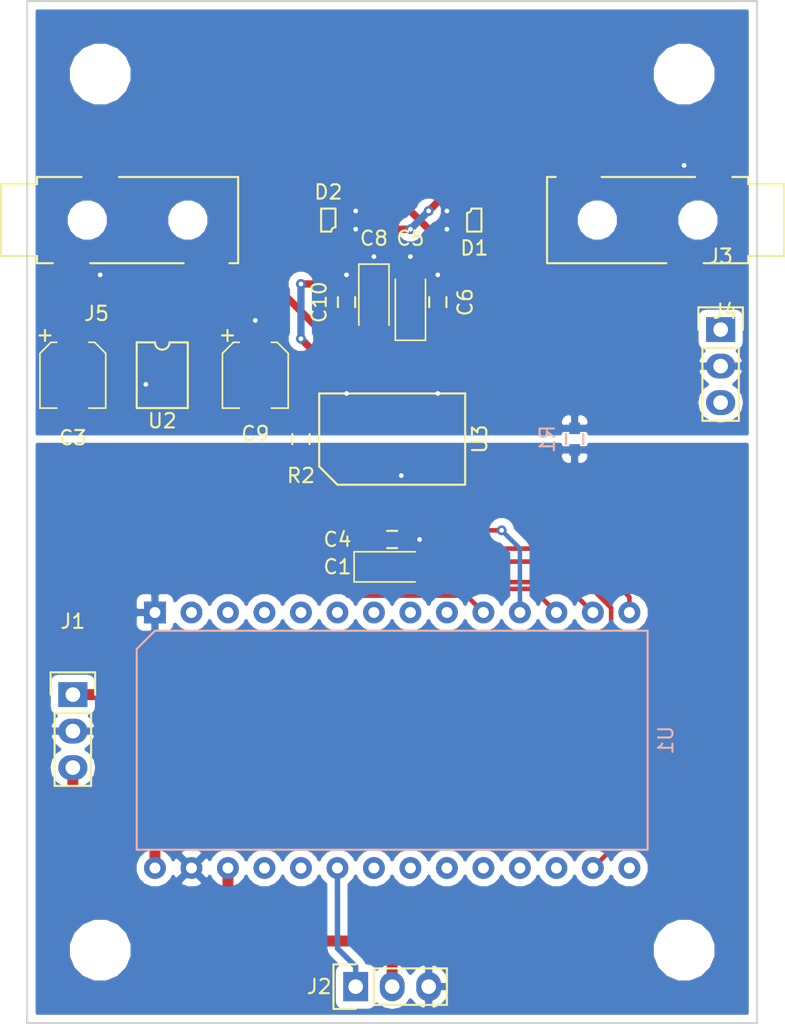
<source format=kicad_pcb>
(kicad_pcb (version 4) (host pcbnew 4.0.7)

  (general
    (links 57)
    (no_connects 2)
    (area 177.724999 55.804999 228.675001 127.075001)
    (thickness 1.6)
    (drawings 4)
    (tracks 174)
    (zones 0)
    (modules 24)
    (nets 41)
  )

  (page A4)
  (layers
    (0 F.Cu signal)
    (31 B.Cu signal)
    (32 B.Adhes user)
    (33 F.Adhes user)
    (34 B.Paste user)
    (35 F.Paste user)
    (36 B.SilkS user)
    (37 F.SilkS user)
    (38 B.Mask user)
    (39 F.Mask user)
    (40 Dwgs.User user)
    (41 Cmts.User user)
    (42 Eco1.User user)
    (43 Eco2.User user)
    (44 Edge.Cuts user)
    (45 Margin user)
    (46 B.CrtYd user)
    (47 F.CrtYd user)
    (48 B.Fab user)
    (49 F.Fab user)
  )

  (setup
    (last_trace_width 0.508)
    (user_trace_width 0.1778)
    (user_trace_width 0.254)
    (user_trace_width 0.3175)
    (user_trace_width 0.381)
    (user_trace_width 0.508)
    (user_trace_width 0.635)
    (user_trace_width 0.762)
    (trace_clearance 0.1524)
    (zone_clearance 0.508)
    (zone_45_only no)
    (trace_min 0.1524)
    (segment_width 0.2)
    (edge_width 0.15)
    (via_size 0.6858)
    (via_drill 0.3302)
    (via_min_size 0.6858)
    (via_min_drill 0.3302)
    (uvia_size 0.3)
    (uvia_drill 0.1)
    (uvias_allowed no)
    (uvia_min_size 0.2)
    (uvia_min_drill 0.1)
    (pcb_text_width 0.3)
    (pcb_text_size 1.5 1.5)
    (mod_edge_width 0.15)
    (mod_text_size 1 1)
    (mod_text_width 0.15)
    (pad_size 1.524 1.524)
    (pad_drill 0.762)
    (pad_to_mask_clearance 0.0508)
    (aux_axis_origin 0 0)
    (visible_elements FFFFFF7F)
    (pcbplotparams
      (layerselection 0x00030_80000001)
      (usegerberextensions false)
      (excludeedgelayer true)
      (linewidth 0.100000)
      (plotframeref false)
      (viasonmask false)
      (mode 1)
      (useauxorigin false)
      (hpglpennumber 1)
      (hpglpenspeed 20)
      (hpglpendiameter 15)
      (hpglpenoverlay 2)
      (psnegative false)
      (psa4output false)
      (plotreference true)
      (plotvalue true)
      (plotinvisibletext false)
      (padsonsilk false)
      (subtractmaskfromsilk false)
      (outputformat 1)
      (mirror false)
      (drillshape 1)
      (scaleselection 1)
      (outputdirectory ""))
  )

  (net 0 "")
  (net 1 /VD_P)
  (net 2 GNDA)
  (net 3 /VA_P)
  (net 4 /VA_M)
  (net 5 /VIN_L)
  (net 6 /VOUT_L)
  (net 7 +3V3)
  (net 8 /IR_IN)
  (net 9 /VIN_R)
  (net 10 "Net-(J4-Pad4)")
  (net 11 /VOUT_R)
  (net 12 "Net-(J5-Pad4)")
  (net 13 "Net-(U1-Pad2)")
  (net 14 "Net-(U1-Pad3)")
  (net 15 "Net-(U1-Pad5)")
  (net 16 "Net-(U1-Pad6)")
  (net 17 "Net-(U1-Pad7)")
  (net 18 "Net-(U1-Pad8)")
  (net 19 "Net-(U1-Pad9)")
  (net 20 /ZC_EN)
  (net 21 /MUTE_N)
  (net 22 /CS_N)
  (net 23 /MOSI)
  (net 24 /MISO)
  (net 25 "Net-(U1-Pad15)")
  (net 26 /SCK)
  (net 27 "Net-(U1-Pad17)")
  (net 28 "Net-(U1-Pad18)")
  (net 29 "Net-(U1-Pad19)")
  (net 30 "Net-(U1-Pad20)")
  (net 31 "Net-(U1-Pad21)")
  (net 32 "Net-(U1-Pad22)")
  (net 33 "Net-(U1-Pad24)")
  (net 34 "Net-(U1-Pad25)")
  (net 35 "Net-(U2-Pad6)")
  (net 36 "Net-(U2-Pad7)")
  (net 37 "Net-(C3-Pad1)")
  (net 38 "Net-(C3-Pad2)")
  (net 39 GNDD)
  (net 40 "Net-(U1-Pad4)")

  (net_class Default "This is the default net class."
    (clearance 0.1524)
    (trace_width 0.1524)
    (via_dia 0.6858)
    (via_drill 0.3302)
    (uvia_dia 0.3)
    (uvia_drill 0.1)
    (add_net +3V3)
    (add_net /CS_N)
    (add_net /IR_IN)
    (add_net /MISO)
    (add_net /MOSI)
    (add_net /MUTE_N)
    (add_net /SCK)
    (add_net /VA_M)
    (add_net /VA_P)
    (add_net /VD_P)
    (add_net /VIN_L)
    (add_net /VIN_R)
    (add_net /VOUT_L)
    (add_net /VOUT_R)
    (add_net /ZC_EN)
    (add_net GNDA)
    (add_net GNDD)
    (add_net "Net-(C3-Pad1)")
    (add_net "Net-(C3-Pad2)")
    (add_net "Net-(J4-Pad4)")
    (add_net "Net-(J5-Pad4)")
    (add_net "Net-(U1-Pad15)")
    (add_net "Net-(U1-Pad17)")
    (add_net "Net-(U1-Pad18)")
    (add_net "Net-(U1-Pad19)")
    (add_net "Net-(U1-Pad2)")
    (add_net "Net-(U1-Pad20)")
    (add_net "Net-(U1-Pad21)")
    (add_net "Net-(U1-Pad22)")
    (add_net "Net-(U1-Pad24)")
    (add_net "Net-(U1-Pad25)")
    (add_net "Net-(U1-Pad3)")
    (add_net "Net-(U1-Pad4)")
    (add_net "Net-(U1-Pad5)")
    (add_net "Net-(U1-Pad6)")
    (add_net "Net-(U1-Pad7)")
    (add_net "Net-(U1-Pad8)")
    (add_net "Net-(U1-Pad9)")
    (add_net "Net-(U2-Pad6)")
    (add_net "Net-(U2-Pad7)")
  )

  (module Mounting_Holes:MountingHole_3.2mm_M3 (layer F.Cu) (tedit 5A4AAB3D) (tstamp 5A5C7EC1)
    (at 223.52 60.96)
    (descr "Mounting Hole 3.2mm, no annular, M3")
    (tags "mounting hole 3.2mm no annular m3")
    (fp_text reference REF** (at 0 -4.2) (layer F.SilkS) hide
      (effects (font (size 1 1) (thickness 0.15)))
    )
    (fp_text value MountingHole_3.2mm_M3 (at 0 4.2) (layer F.Fab) hide
      (effects (font (size 1 1) (thickness 0.15)))
    )
    (fp_circle (center 0 0) (end 3.2 0) (layer Cmts.User) (width 0.15))
    (fp_circle (center 0 0) (end 3.45 0) (layer F.CrtYd) (width 0.05))
    (pad 1 np_thru_hole circle (at 0 0) (size 3.2 3.2) (drill 3.2) (layers *.Cu *.Mask))
  )

  (module Mounting_Holes:MountingHole_3.2mm_M3 (layer F.Cu) (tedit 5A4AAB40) (tstamp 5A5C7EBB)
    (at 182.88 60.96)
    (descr "Mounting Hole 3.2mm, no annular, M3")
    (tags "mounting hole 3.2mm no annular m3")
    (fp_text reference REF** (at 0 -4.2) (layer F.SilkS) hide
      (effects (font (size 1 1) (thickness 0.15)))
    )
    (fp_text value MountingHole_3.2mm_M3 (at 0 4.2) (layer F.Fab) hide
      (effects (font (size 1 1) (thickness 0.15)))
    )
    (fp_circle (center 0 0) (end 3.2 0) (layer Cmts.User) (width 0.15))
    (fp_circle (center 0 0) (end 3.45 0) (layer F.CrtYd) (width 0.05))
    (pad 1 np_thru_hole circle (at 0 0) (size 3.2 3.2) (drill 3.2) (layers *.Cu *.Mask))
  )

  (module Mounting_Holes:MountingHole_3.2mm_M3 (layer F.Cu) (tedit 5A4AAB4A) (tstamp 5A5C7E9B)
    (at 182.88 121.92)
    (descr "Mounting Hole 3.2mm, no annular, M3")
    (tags "mounting hole 3.2mm no annular m3")
    (fp_text reference REF** (at 0 -4.2) (layer F.SilkS) hide
      (effects (font (size 1 1) (thickness 0.15)))
    )
    (fp_text value MountingHole_3.2mm_M3 (at 0 4.2) (layer F.Fab) hide
      (effects (font (size 1 1) (thickness 0.15)))
    )
    (fp_circle (center 0 0) (end 3.2 0) (layer Cmts.User) (width 0.15))
    (fp_circle (center 0 0) (end 3.45 0) (layer F.CrtYd) (width 0.05))
    (pad 1 np_thru_hole circle (at 0 0) (size 3.2 3.2) (drill 3.2) (layers *.Cu *.Mask))
  )

  (module Capacitors_Tantalum_SMD:CP_Tantalum_Case-A_EIA-3216-18_Reflow (layer F.Cu) (tedit 5A4A9C71) (tstamp 5A4AA1F3)
    (at 203.2 95.25)
    (descr "Tantalum capacitor, Case A, EIA 3216-18, 3.2x1.6x1.6mm, Reflow soldering footprint")
    (tags "capacitor tantalum smd")
    (path /5A49577A)
    (attr smd)
    (fp_text reference C1 (at -3.81 0) (layer F.SilkS)
      (effects (font (size 1 1) (thickness 0.15)))
    )
    (fp_text value 10uF (at 0 2.55) (layer F.Fab) hide
      (effects (font (size 1 1) (thickness 0.15)))
    )
    (fp_text user %R (at 0 0) (layer F.Fab)
      (effects (font (size 0.7 0.7) (thickness 0.105)))
    )
    (fp_line (start -2.75 -1.2) (end -2.75 1.2) (layer F.CrtYd) (width 0.05))
    (fp_line (start -2.75 1.2) (end 2.75 1.2) (layer F.CrtYd) (width 0.05))
    (fp_line (start 2.75 1.2) (end 2.75 -1.2) (layer F.CrtYd) (width 0.05))
    (fp_line (start 2.75 -1.2) (end -2.75 -1.2) (layer F.CrtYd) (width 0.05))
    (fp_line (start -1.6 -0.8) (end -1.6 0.8) (layer F.Fab) (width 0.1))
    (fp_line (start -1.6 0.8) (end 1.6 0.8) (layer F.Fab) (width 0.1))
    (fp_line (start 1.6 0.8) (end 1.6 -0.8) (layer F.Fab) (width 0.1))
    (fp_line (start 1.6 -0.8) (end -1.6 -0.8) (layer F.Fab) (width 0.1))
    (fp_line (start -1.28 -0.8) (end -1.28 0.8) (layer F.Fab) (width 0.1))
    (fp_line (start -1.12 -0.8) (end -1.12 0.8) (layer F.Fab) (width 0.1))
    (fp_line (start -2.65 -1.05) (end 1.6 -1.05) (layer F.SilkS) (width 0.12))
    (fp_line (start -2.65 1.05) (end 1.6 1.05) (layer F.SilkS) (width 0.12))
    (fp_line (start -2.65 -1.05) (end -2.65 1.05) (layer F.SilkS) (width 0.12))
    (pad 1 smd rect (at -1.375 0) (size 1.95 1.5) (layers F.Cu F.Paste F.Mask)
      (net 1 /VD_P))
    (pad 2 smd rect (at 1.375 0) (size 1.95 1.5) (layers F.Cu F.Paste F.Mask)
      (net 39 GNDD))
    (model Capacitors_Tantalum_SMD.3dshapes/CP_Tantalum_Case-A_EIA-3216-18.wrl
      (at (xyz 0 0 0))
      (scale (xyz 1 1 1))
      (rotate (xyz 0 0 0))
    )
  )

  (module Capacitors_SMD:CP_Elec_4x5.3 (layer F.Cu) (tedit 5A4A9CA4) (tstamp 5A4AA1FF)
    (at 180.975 81.915 270)
    (descr "SMT capacitor, aluminium electrolytic, 4x5.3")
    (path /5A496662)
    (attr smd)
    (fp_text reference C3 (at 4.357882 0 360) (layer F.SilkS)
      (effects (font (size 1 1) (thickness 0.15)))
    )
    (fp_text value 10uF (at 0 -3.54 270) (layer F.Fab) hide
      (effects (font (size 1 1) (thickness 0.15)))
    )
    (fp_circle (center 0 0) (end 0 2.1) (layer F.Fab) (width 0.1))
    (fp_text user + (at -1.21 -0.08 270) (layer F.Fab)
      (effects (font (size 1 1) (thickness 0.15)))
    )
    (fp_text user + (at -2.77 2.01 270) (layer F.SilkS)
      (effects (font (size 1 1) (thickness 0.15)))
    )
    (fp_text user %R (at 0 3.54 270) (layer F.Fab) hide
      (effects (font (size 1 1) (thickness 0.15)))
    )
    (fp_line (start 2.13 2.13) (end 2.13 -2.13) (layer F.Fab) (width 0.1))
    (fp_line (start -1.46 2.13) (end 2.13 2.13) (layer F.Fab) (width 0.1))
    (fp_line (start -2.13 1.46) (end -1.46 2.13) (layer F.Fab) (width 0.1))
    (fp_line (start -2.13 -1.46) (end -2.13 1.46) (layer F.Fab) (width 0.1))
    (fp_line (start -1.46 -2.13) (end -2.13 -1.46) (layer F.Fab) (width 0.1))
    (fp_line (start 2.13 -2.13) (end -1.46 -2.13) (layer F.Fab) (width 0.1))
    (fp_line (start -2.29 -1.52) (end -2.29 -1.12) (layer F.SilkS) (width 0.12))
    (fp_line (start 2.29 -2.29) (end 2.29 -1.12) (layer F.SilkS) (width 0.12))
    (fp_line (start 2.29 2.29) (end 2.29 1.12) (layer F.SilkS) (width 0.12))
    (fp_line (start -2.29 1.52) (end -2.29 1.12) (layer F.SilkS) (width 0.12))
    (fp_line (start -1.52 2.29) (end 2.29 2.29) (layer F.SilkS) (width 0.12))
    (fp_line (start -1.52 2.29) (end -2.29 1.52) (layer F.SilkS) (width 0.12))
    (fp_line (start -1.52 -2.29) (end 2.29 -2.29) (layer F.SilkS) (width 0.12))
    (fp_line (start -1.52 -2.29) (end -2.29 -1.52) (layer F.SilkS) (width 0.12))
    (fp_line (start -3.35 -2.39) (end 3.35 -2.39) (layer F.CrtYd) (width 0.05))
    (fp_line (start -3.35 -2.39) (end -3.35 2.38) (layer F.CrtYd) (width 0.05))
    (fp_line (start 3.35 2.38) (end 3.35 -2.39) (layer F.CrtYd) (width 0.05))
    (fp_line (start 3.35 2.38) (end -3.35 2.38) (layer F.CrtYd) (width 0.05))
    (pad 1 smd rect (at -1.8 0 90) (size 2.6 1.6) (layers F.Cu F.Paste F.Mask)
      (net 37 "Net-(C3-Pad1)"))
    (pad 2 smd rect (at 1.8 0 90) (size 2.6 1.6) (layers F.Cu F.Paste F.Mask)
      (net 38 "Net-(C3-Pad2)"))
    (model Capacitors_SMD.3dshapes/CP_Elec_4x5.3.wrl
      (at (xyz 0 0 0))
      (scale (xyz 1 1 1))
      (rotate (xyz 0 0 180))
    )
  )

  (module Capacitors_SMD:C_0603 (layer F.Cu) (tedit 5A4A9C7C) (tstamp 5A4AA205)
    (at 203.2 93.345)
    (descr "Capacitor SMD 0603, reflow soldering, AVX (see smccp.pdf)")
    (tags "capacitor 0603")
    (path /5A495719)
    (attr smd)
    (fp_text reference C4 (at -3.81 0) (layer F.SilkS)
      (effects (font (size 1 1) (thickness 0.15)))
    )
    (fp_text value 100nF (at 0 1.9) (layer F.Fab) hide
      (effects (font (size 1 1) (thickness 0.15)))
    )
    (fp_line (start -0.8 0.4) (end -0.8 -0.4) (layer F.Fab) (width 0.15))
    (fp_line (start 0.8 0.4) (end -0.8 0.4) (layer F.Fab) (width 0.15))
    (fp_line (start 0.8 -0.4) (end 0.8 0.4) (layer F.Fab) (width 0.15))
    (fp_line (start -0.8 -0.4) (end 0.8 -0.4) (layer F.Fab) (width 0.15))
    (fp_line (start -1.45 -0.75) (end 1.45 -0.75) (layer F.CrtYd) (width 0.05))
    (fp_line (start -1.45 0.75) (end 1.45 0.75) (layer F.CrtYd) (width 0.05))
    (fp_line (start -1.45 -0.75) (end -1.45 0.75) (layer F.CrtYd) (width 0.05))
    (fp_line (start 1.45 -0.75) (end 1.45 0.75) (layer F.CrtYd) (width 0.05))
    (fp_line (start -0.35 -0.6) (end 0.35 -0.6) (layer F.SilkS) (width 0.15))
    (fp_line (start 0.35 0.6) (end -0.35 0.6) (layer F.SilkS) (width 0.15))
    (pad 1 smd rect (at -0.75 0) (size 0.8 0.75) (layers F.Cu F.Paste F.Mask)
      (net 1 /VD_P))
    (pad 2 smd rect (at 0.75 0) (size 0.8 0.75) (layers F.Cu F.Paste F.Mask)
      (net 39 GNDD))
    (model Capacitors_SMD.3dshapes/C_0603.wrl
      (at (xyz 0 0 0))
      (scale (xyz 1 1 1))
      (rotate (xyz 0 0 0))
    )
  )

  (module Capacitors_Tantalum_SMD:CP_Tantalum_Case-A_EIA-3216-18_Reflow (layer F.Cu) (tedit 5A4A9CBF) (tstamp 5A4AA20B)
    (at 204.47 76.835 90)
    (descr "Tantalum capacitor, Case A, EIA 3216-18, 3.2x1.6x1.6mm, Reflow soldering footprint")
    (tags "capacitor tantalum smd")
    (path /5A495C2A)
    (attr smd)
    (fp_text reference C5 (at 4.445 0 180) (layer F.SilkS)
      (effects (font (size 1 1) (thickness 0.15)))
    )
    (fp_text value 10uF (at 0 2.55 90) (layer F.Fab) hide
      (effects (font (size 1 1) (thickness 0.15)))
    )
    (fp_text user %R (at 0 0 90) (layer F.Fab) hide
      (effects (font (size 0.7 0.7) (thickness 0.105)))
    )
    (fp_line (start -2.75 -1.2) (end -2.75 1.2) (layer F.CrtYd) (width 0.05))
    (fp_line (start -2.75 1.2) (end 2.75 1.2) (layer F.CrtYd) (width 0.05))
    (fp_line (start 2.75 1.2) (end 2.75 -1.2) (layer F.CrtYd) (width 0.05))
    (fp_line (start 2.75 -1.2) (end -2.75 -1.2) (layer F.CrtYd) (width 0.05))
    (fp_line (start -1.6 -0.8) (end -1.6 0.8) (layer F.Fab) (width 0.1))
    (fp_line (start -1.6 0.8) (end 1.6 0.8) (layer F.Fab) (width 0.1))
    (fp_line (start 1.6 0.8) (end 1.6 -0.8) (layer F.Fab) (width 0.1))
    (fp_line (start 1.6 -0.8) (end -1.6 -0.8) (layer F.Fab) (width 0.1))
    (fp_line (start -1.28 -0.8) (end -1.28 0.8) (layer F.Fab) (width 0.1))
    (fp_line (start -1.12 -0.8) (end -1.12 0.8) (layer F.Fab) (width 0.1))
    (fp_line (start -2.65 -1.05) (end 1.6 -1.05) (layer F.SilkS) (width 0.12))
    (fp_line (start -2.65 1.05) (end 1.6 1.05) (layer F.SilkS) (width 0.12))
    (fp_line (start -2.65 -1.05) (end -2.65 1.05) (layer F.SilkS) (width 0.12))
    (pad 1 smd rect (at -1.375 0 90) (size 1.95 1.5) (layers F.Cu F.Paste F.Mask)
      (net 3 /VA_P))
    (pad 2 smd rect (at 1.375 0 90) (size 1.95 1.5) (layers F.Cu F.Paste F.Mask)
      (net 2 GNDA))
    (model Capacitors_Tantalum_SMD.3dshapes/CP_Tantalum_Case-A_EIA-3216-18.wrl
      (at (xyz 0 0 0))
      (scale (xyz 1 1 1))
      (rotate (xyz 0 0 0))
    )
  )

  (module Capacitors_SMD:C_0603 (layer F.Cu) (tedit 5A4A9C6A) (tstamp 5A4AA211)
    (at 206.375 76.835 90)
    (descr "Capacitor SMD 0603, reflow soldering, AVX (see smccp.pdf)")
    (tags "capacitor 0603")
    (path /5A495C22)
    (attr smd)
    (fp_text reference C6 (at 0 1.905 90) (layer F.SilkS)
      (effects (font (size 1 1) (thickness 0.15)))
    )
    (fp_text value 100nF (at 0 1.9 90) (layer F.Fab) hide
      (effects (font (size 1 1) (thickness 0.15)))
    )
    (fp_line (start -0.8 0.4) (end -0.8 -0.4) (layer F.Fab) (width 0.15))
    (fp_line (start 0.8 0.4) (end -0.8 0.4) (layer F.Fab) (width 0.15))
    (fp_line (start 0.8 -0.4) (end 0.8 0.4) (layer F.Fab) (width 0.15))
    (fp_line (start -0.8 -0.4) (end 0.8 -0.4) (layer F.Fab) (width 0.15))
    (fp_line (start -1.45 -0.75) (end 1.45 -0.75) (layer F.CrtYd) (width 0.05))
    (fp_line (start -1.45 0.75) (end 1.45 0.75) (layer F.CrtYd) (width 0.05))
    (fp_line (start -1.45 -0.75) (end -1.45 0.75) (layer F.CrtYd) (width 0.05))
    (fp_line (start 1.45 -0.75) (end 1.45 0.75) (layer F.CrtYd) (width 0.05))
    (fp_line (start -0.35 -0.6) (end 0.35 -0.6) (layer F.SilkS) (width 0.15))
    (fp_line (start 0.35 0.6) (end -0.35 0.6) (layer F.SilkS) (width 0.15))
    (pad 1 smd rect (at -0.75 0 90) (size 0.8 0.75) (layers F.Cu F.Paste F.Mask)
      (net 3 /VA_P))
    (pad 2 smd rect (at 0.75 0 90) (size 0.8 0.75) (layers F.Cu F.Paste F.Mask)
      (net 2 GNDA))
    (model Capacitors_SMD.3dshapes/C_0603.wrl
      (at (xyz 0 0 0))
      (scale (xyz 1 1 1))
      (rotate (xyz 0 0 0))
    )
  )

  (module Capacitors_Tantalum_SMD:CP_Tantalum_Case-A_EIA-3216-18_Reflow (layer F.Cu) (tedit 5A4A9CD1) (tstamp 5A4AA21D)
    (at 201.93 76.835 270)
    (descr "Tantalum capacitor, Case A, EIA 3216-18, 3.2x1.6x1.6mm, Reflow soldering footprint")
    (tags "capacitor tantalum smd")
    (path /5A495C83)
    (attr smd)
    (fp_text reference C8 (at -4.445 0 360) (layer F.SilkS)
      (effects (font (size 1 1) (thickness 0.15)))
    )
    (fp_text value 10uF (at 0 2.55 270) (layer F.Fab) hide
      (effects (font (size 1 1) (thickness 0.15)))
    )
    (fp_text user %R (at 0 0 270) (layer F.Fab) hide
      (effects (font (size 0.7 0.7) (thickness 0.105)))
    )
    (fp_line (start -2.75 -1.2) (end -2.75 1.2) (layer F.CrtYd) (width 0.05))
    (fp_line (start -2.75 1.2) (end 2.75 1.2) (layer F.CrtYd) (width 0.05))
    (fp_line (start 2.75 1.2) (end 2.75 -1.2) (layer F.CrtYd) (width 0.05))
    (fp_line (start 2.75 -1.2) (end -2.75 -1.2) (layer F.CrtYd) (width 0.05))
    (fp_line (start -1.6 -0.8) (end -1.6 0.8) (layer F.Fab) (width 0.1))
    (fp_line (start -1.6 0.8) (end 1.6 0.8) (layer F.Fab) (width 0.1))
    (fp_line (start 1.6 0.8) (end 1.6 -0.8) (layer F.Fab) (width 0.1))
    (fp_line (start 1.6 -0.8) (end -1.6 -0.8) (layer F.Fab) (width 0.1))
    (fp_line (start -1.28 -0.8) (end -1.28 0.8) (layer F.Fab) (width 0.1))
    (fp_line (start -1.12 -0.8) (end -1.12 0.8) (layer F.Fab) (width 0.1))
    (fp_line (start -2.65 -1.05) (end 1.6 -1.05) (layer F.SilkS) (width 0.12))
    (fp_line (start -2.65 1.05) (end 1.6 1.05) (layer F.SilkS) (width 0.12))
    (fp_line (start -2.65 -1.05) (end -2.65 1.05) (layer F.SilkS) (width 0.12))
    (pad 1 smd rect (at -1.375 0 270) (size 1.95 1.5) (layers F.Cu F.Paste F.Mask)
      (net 2 GNDA))
    (pad 2 smd rect (at 1.375 0 270) (size 1.95 1.5) (layers F.Cu F.Paste F.Mask)
      (net 4 /VA_M))
    (model Capacitors_Tantalum_SMD.3dshapes/CP_Tantalum_Case-A_EIA-3216-18.wrl
      (at (xyz 0 0 0))
      (scale (xyz 1 1 1))
      (rotate (xyz 0 0 0))
    )
  )

  (module Capacitors_SMD:CP_Elec_4x5.3 (layer F.Cu) (tedit 5A4A9E06) (tstamp 5A4AA223)
    (at 193.675 81.915 270)
    (descr "SMT capacitor, aluminium electrolytic, 4x5.3")
    (path /5A49649B)
    (attr smd)
    (fp_text reference C9 (at 4.064 0 360) (layer F.SilkS)
      (effects (font (size 1 1) (thickness 0.15)))
    )
    (fp_text value 10uF (at 0 -3.54 270) (layer F.Fab) hide
      (effects (font (size 1 1) (thickness 0.15)))
    )
    (fp_circle (center 0 0) (end 0 2.1) (layer F.Fab) (width 0.1))
    (fp_text user + (at -1.21 -0.08 270) (layer F.Fab)
      (effects (font (size 1 1) (thickness 0.15)))
    )
    (fp_text user + (at -2.77 2.01 270) (layer F.SilkS)
      (effects (font (size 1 1) (thickness 0.15)))
    )
    (fp_text user %R (at 0 3.54 270) (layer F.Fab) hide
      (effects (font (size 1 1) (thickness 0.15)))
    )
    (fp_line (start 2.13 2.13) (end 2.13 -2.13) (layer F.Fab) (width 0.1))
    (fp_line (start -1.46 2.13) (end 2.13 2.13) (layer F.Fab) (width 0.1))
    (fp_line (start -2.13 1.46) (end -1.46 2.13) (layer F.Fab) (width 0.1))
    (fp_line (start -2.13 -1.46) (end -2.13 1.46) (layer F.Fab) (width 0.1))
    (fp_line (start -1.46 -2.13) (end -2.13 -1.46) (layer F.Fab) (width 0.1))
    (fp_line (start 2.13 -2.13) (end -1.46 -2.13) (layer F.Fab) (width 0.1))
    (fp_line (start -2.29 -1.52) (end -2.29 -1.12) (layer F.SilkS) (width 0.12))
    (fp_line (start 2.29 -2.29) (end 2.29 -1.12) (layer F.SilkS) (width 0.12))
    (fp_line (start 2.29 2.29) (end 2.29 1.12) (layer F.SilkS) (width 0.12))
    (fp_line (start -2.29 1.52) (end -2.29 1.12) (layer F.SilkS) (width 0.12))
    (fp_line (start -1.52 2.29) (end 2.29 2.29) (layer F.SilkS) (width 0.12))
    (fp_line (start -1.52 2.29) (end -2.29 1.52) (layer F.SilkS) (width 0.12))
    (fp_line (start -1.52 -2.29) (end 2.29 -2.29) (layer F.SilkS) (width 0.12))
    (fp_line (start -1.52 -2.29) (end -2.29 -1.52) (layer F.SilkS) (width 0.12))
    (fp_line (start -3.35 -2.39) (end 3.35 -2.39) (layer F.CrtYd) (width 0.05))
    (fp_line (start -3.35 -2.39) (end -3.35 2.38) (layer F.CrtYd) (width 0.05))
    (fp_line (start 3.35 2.38) (end 3.35 -2.39) (layer F.CrtYd) (width 0.05))
    (fp_line (start 3.35 2.38) (end -3.35 2.38) (layer F.CrtYd) (width 0.05))
    (pad 1 smd rect (at -1.8 0 90) (size 2.6 1.6) (layers F.Cu F.Paste F.Mask)
      (net 2 GNDA))
    (pad 2 smd rect (at 1.8 0 90) (size 2.6 1.6) (layers F.Cu F.Paste F.Mask)
      (net 4 /VA_M))
    (model Capacitors_SMD.3dshapes/CP_Elec_4x5.3.wrl
      (at (xyz 0 0 0))
      (scale (xyz 1 1 1))
      (rotate (xyz 0 0 180))
    )
  )

  (module Capacitors_SMD:C_0603 (layer F.Cu) (tedit 5A4A9C6D) (tstamp 5A4AA229)
    (at 200.025 76.835 270)
    (descr "Capacitor SMD 0603, reflow soldering, AVX (see smccp.pdf)")
    (tags "capacitor 0603")
    (path /5A495C7B)
    (attr smd)
    (fp_text reference C10 (at 0 1.905 270) (layer F.SilkS)
      (effects (font (size 1 1) (thickness 0.15)))
    )
    (fp_text value 100nF (at 0 1.9 270) (layer F.Fab) hide
      (effects (font (size 1 1) (thickness 0.15)))
    )
    (fp_line (start -0.8 0.4) (end -0.8 -0.4) (layer F.Fab) (width 0.15))
    (fp_line (start 0.8 0.4) (end -0.8 0.4) (layer F.Fab) (width 0.15))
    (fp_line (start 0.8 -0.4) (end 0.8 0.4) (layer F.Fab) (width 0.15))
    (fp_line (start -0.8 -0.4) (end 0.8 -0.4) (layer F.Fab) (width 0.15))
    (fp_line (start -1.45 -0.75) (end 1.45 -0.75) (layer F.CrtYd) (width 0.05))
    (fp_line (start -1.45 0.75) (end 1.45 0.75) (layer F.CrtYd) (width 0.05))
    (fp_line (start -1.45 -0.75) (end -1.45 0.75) (layer F.CrtYd) (width 0.05))
    (fp_line (start 1.45 -0.75) (end 1.45 0.75) (layer F.CrtYd) (width 0.05))
    (fp_line (start -0.35 -0.6) (end 0.35 -0.6) (layer F.SilkS) (width 0.15))
    (fp_line (start 0.35 0.6) (end -0.35 0.6) (layer F.SilkS) (width 0.15))
    (pad 1 smd rect (at -0.75 0 270) (size 0.8 0.75) (layers F.Cu F.Paste F.Mask)
      (net 2 GNDA))
    (pad 2 smd rect (at 0.75 0 270) (size 0.8 0.75) (layers F.Cu F.Paste F.Mask)
      (net 4 /VA_M))
    (model Capacitors_SMD.3dshapes/C_0603.wrl
      (at (xyz 0 0 0))
      (scale (xyz 1 1 1))
      (rotate (xyz 0 0 0))
    )
  )

  (module Pin_Headers:Pin_Header_Straight_1x03 (layer F.Cu) (tedit 5A4AAF71) (tstamp 5A4AA24C)
    (at 180.975 104.14)
    (descr "Through hole pin header")
    (tags "pin header")
    (path /5A499B1E)
    (fp_text reference J1 (at 0 -5.1) (layer F.SilkS)
      (effects (font (size 1 1) (thickness 0.15)))
    )
    (fp_text value D_PWR (at 0 -3.1) (layer F.Fab) hide
      (effects (font (size 1 1) (thickness 0.15)))
    )
    (fp_line (start -1.75 -1.75) (end -1.75 6.85) (layer F.CrtYd) (width 0.05))
    (fp_line (start 1.75 -1.75) (end 1.75 6.85) (layer F.CrtYd) (width 0.05))
    (fp_line (start -1.75 -1.75) (end 1.75 -1.75) (layer F.CrtYd) (width 0.05))
    (fp_line (start -1.75 6.85) (end 1.75 6.85) (layer F.CrtYd) (width 0.05))
    (fp_line (start -1.27 1.27) (end -1.27 6.35) (layer F.SilkS) (width 0.15))
    (fp_line (start -1.27 6.35) (end 1.27 6.35) (layer F.SilkS) (width 0.15))
    (fp_line (start 1.27 6.35) (end 1.27 1.27) (layer F.SilkS) (width 0.15))
    (fp_line (start 1.55 -1.55) (end 1.55 0) (layer F.SilkS) (width 0.15))
    (fp_line (start 1.27 1.27) (end -1.27 1.27) (layer F.SilkS) (width 0.15))
    (fp_line (start -1.55 0) (end -1.55 -1.55) (layer F.SilkS) (width 0.15))
    (fp_line (start -1.55 -1.55) (end 1.55 -1.55) (layer F.SilkS) (width 0.15))
    (pad 1 thru_hole rect (at 0 0) (size 2.032 1.7272) (drill 1.016) (layers *.Cu *.Mask)
      (net 1 /VD_P))
    (pad 2 thru_hole oval (at 0 2.54) (size 2.032 1.7272) (drill 1.016) (layers *.Cu *.Mask)
      (net 39 GNDD))
    (pad 3 thru_hole oval (at 0 5.08) (size 2.032 1.7272) (drill 1.016) (layers *.Cu *.Mask)
      (net 7 +3V3))
    (model Pin_Headers.3dshapes/Pin_Header_Straight_1x03.wrl
      (at (xyz 0 -0.1 0))
      (scale (xyz 1 1 1))
      (rotate (xyz 0 0 90))
    )
  )

  (module Pin_Headers:Pin_Header_Straight_1x03 (layer F.Cu) (tedit 5A4AA6D4) (tstamp 5A4AA253)
    (at 200.66 124.46 90)
    (descr "Through hole pin header")
    (tags "pin header")
    (path /5A497D4F)
    (fp_text reference J2 (at 0 -2.54 180) (layer F.SilkS)
      (effects (font (size 1 1) (thickness 0.15)))
    )
    (fp_text value IR_RCV (at 0 -3.1 90) (layer F.Fab) hide
      (effects (font (size 1 1) (thickness 0.15)))
    )
    (fp_line (start -1.75 -1.75) (end -1.75 6.85) (layer F.CrtYd) (width 0.05))
    (fp_line (start 1.75 -1.75) (end 1.75 6.85) (layer F.CrtYd) (width 0.05))
    (fp_line (start -1.75 -1.75) (end 1.75 -1.75) (layer F.CrtYd) (width 0.05))
    (fp_line (start -1.75 6.85) (end 1.75 6.85) (layer F.CrtYd) (width 0.05))
    (fp_line (start -1.27 1.27) (end -1.27 6.35) (layer F.SilkS) (width 0.15))
    (fp_line (start -1.27 6.35) (end 1.27 6.35) (layer F.SilkS) (width 0.15))
    (fp_line (start 1.27 6.35) (end 1.27 1.27) (layer F.SilkS) (width 0.15))
    (fp_line (start 1.55 -1.55) (end 1.55 0) (layer F.SilkS) (width 0.15))
    (fp_line (start 1.27 1.27) (end -1.27 1.27) (layer F.SilkS) (width 0.15))
    (fp_line (start -1.55 0) (end -1.55 -1.55) (layer F.SilkS) (width 0.15))
    (fp_line (start -1.55 -1.55) (end 1.55 -1.55) (layer F.SilkS) (width 0.15))
    (pad 1 thru_hole rect (at 0 0 90) (size 2.032 1.7272) (drill 1.016) (layers *.Cu *.Mask)
      (net 8 /IR_IN))
    (pad 2 thru_hole oval (at 0 2.54 90) (size 2.032 1.7272) (drill 1.016) (layers *.Cu *.Mask)
      (net 7 +3V3))
    (pad 3 thru_hole oval (at 0 5.08 90) (size 2.032 1.7272) (drill 1.016) (layers *.Cu *.Mask)
      (net 39 GNDD))
    (model Pin_Headers.3dshapes/Pin_Header_Straight_1x03.wrl
      (at (xyz 0 -0.1 0))
      (scale (xyz 1 1 1))
      (rotate (xyz 0 0 90))
    )
  )

  (module Pin_Headers:Pin_Header_Straight_1x03 (layer F.Cu) (tedit 0) (tstamp 5A4AA25A)
    (at 226.06 78.74)
    (descr "Through hole pin header")
    (tags "pin header")
    (path /5A499468)
    (fp_text reference J3 (at 0 -5.1) (layer F.SilkS)
      (effects (font (size 1 1) (thickness 0.15)))
    )
    (fp_text value A_PWR (at 0 -3.1) (layer F.Fab)
      (effects (font (size 1 1) (thickness 0.15)))
    )
    (fp_line (start -1.75 -1.75) (end -1.75 6.85) (layer F.CrtYd) (width 0.05))
    (fp_line (start 1.75 -1.75) (end 1.75 6.85) (layer F.CrtYd) (width 0.05))
    (fp_line (start -1.75 -1.75) (end 1.75 -1.75) (layer F.CrtYd) (width 0.05))
    (fp_line (start -1.75 6.85) (end 1.75 6.85) (layer F.CrtYd) (width 0.05))
    (fp_line (start -1.27 1.27) (end -1.27 6.35) (layer F.SilkS) (width 0.15))
    (fp_line (start -1.27 6.35) (end 1.27 6.35) (layer F.SilkS) (width 0.15))
    (fp_line (start 1.27 6.35) (end 1.27 1.27) (layer F.SilkS) (width 0.15))
    (fp_line (start 1.55 -1.55) (end 1.55 0) (layer F.SilkS) (width 0.15))
    (fp_line (start 1.27 1.27) (end -1.27 1.27) (layer F.SilkS) (width 0.15))
    (fp_line (start -1.55 0) (end -1.55 -1.55) (layer F.SilkS) (width 0.15))
    (fp_line (start -1.55 -1.55) (end 1.55 -1.55) (layer F.SilkS) (width 0.15))
    (pad 1 thru_hole rect (at 0 0) (size 2.032 1.7272) (drill 1.016) (layers *.Cu *.Mask)
      (net 3 /VA_P))
    (pad 2 thru_hole oval (at 0 2.54) (size 2.032 1.7272) (drill 1.016) (layers *.Cu *.Mask)
      (net 2 GNDA))
    (pad 3 thru_hole oval (at 0 5.08) (size 2.032 1.7272) (drill 1.016) (layers *.Cu *.Mask)
      (net 4 /VA_M))
    (model Pin_Headers.3dshapes/Pin_Header_Straight_1x03.wrl
      (at (xyz 0 -0.1 0))
      (scale (xyz 1 1 1))
      (rotate (xyz 0 0 90))
    )
  )

  (module alvarop:SJ-3524-SMT-TR (layer F.Cu) (tedit 5A4A9900) (tstamp 5A4AA26F)
    (at 220.98 71.12 180)
    (path /5A49C82E)
    (fp_text reference J4 (at -5.39 -6.35 180) (layer F.SilkS)
      (effects (font (size 1 1) (thickness 0.15)))
    )
    (fp_text value Input (at -0.31 1.27 180) (layer F.Fab)
      (effects (font (size 1 1) (thickness 0.15)))
    )
    (fp_line (start -9.5 -2.5) (end -7 -2.5) (layer F.SilkS) (width 0.15))
    (fp_line (start -9.5 2.5) (end -9.5 -2.5) (layer F.SilkS) (width 0.15))
    (fp_line (start -7 2.5) (end -9.5 2.5) (layer F.SilkS) (width 0.15))
    (fp_line (start -7 3) (end -7 2.5) (layer F.SilkS) (width 0.15))
    (fp_line (start -7 -3) (end -7 -2.5) (layer F.SilkS) (width 0.15))
    (fp_line (start 7 3) (end 6.4 3) (layer F.SilkS) (width 0.15))
    (fp_line (start -5.9 3) (end -7 3) (layer F.SilkS) (width 0.15))
    (fp_line (start 3.2 3) (end -3.3 3) (layer F.SilkS) (width 0.15))
    (fp_line (start -3.9 -3) (end -7 -3) (layer F.SilkS) (width 0.15))
    (fp_line (start 7 -3) (end -1.3 -3) (layer F.SilkS) (width 0.15))
    (fp_line (start 7 -3) (end 7 3) (layer F.SilkS) (width 0.15))
    (pad "" np_thru_hole circle (at -3.5 0 180) (size 1.7 1.7) (drill 1.7) (layers *.Cu *.Mask))
    (pad "" np_thru_hole circle (at 3.5 0 180) (size 1.7 1.7) (drill 1.7) (layers *.Cu *.Mask))
    (pad 1 smd rect (at -4.6 3.7 180) (size 2.2 2.8) (layers F.Cu F.Paste F.Mask)
      (net 2 GNDA))
    (pad 3 smd rect (at -2.6 -3.7 180) (size 2.2 2.8) (layers F.Cu F.Paste F.Mask)
      (net 9 /VIN_R))
    (pad 2 smd rect (at 4.8 3.7 180) (size 2.8 2.8) (layers F.Cu F.Paste F.Mask)
      (net 5 /VIN_L))
    (pad 4 smd rect (at 8.7 -0.75 180) (size 2.8 2.8) (layers F.Cu F.Paste F.Mask)
      (net 10 "Net-(J4-Pad4)"))
  )

  (module alvarop:SJ-3524-SMT-TR (layer F.Cu) (tedit 5A4A9900) (tstamp 5A4AA284)
    (at 185.48 71.12)
    (path /5A4950D9)
    (fp_text reference J5 (at -2.85 6.5) (layer F.SilkS)
      (effects (font (size 1 1) (thickness 0.15)))
    )
    (fp_text value Output (at -0.31 -1.27 180) (layer F.Fab)
      (effects (font (size 1 1) (thickness 0.15)))
    )
    (fp_line (start -9.5 -2.5) (end -7 -2.5) (layer F.SilkS) (width 0.15))
    (fp_line (start -9.5 2.5) (end -9.5 -2.5) (layer F.SilkS) (width 0.15))
    (fp_line (start -7 2.5) (end -9.5 2.5) (layer F.SilkS) (width 0.15))
    (fp_line (start -7 3) (end -7 2.5) (layer F.SilkS) (width 0.15))
    (fp_line (start -7 -3) (end -7 -2.5) (layer F.SilkS) (width 0.15))
    (fp_line (start 7 3) (end 6.4 3) (layer F.SilkS) (width 0.15))
    (fp_line (start -5.9 3) (end -7 3) (layer F.SilkS) (width 0.15))
    (fp_line (start 3.2 3) (end -3.3 3) (layer F.SilkS) (width 0.15))
    (fp_line (start -3.9 -3) (end -7 -3) (layer F.SilkS) (width 0.15))
    (fp_line (start 7 -3) (end -1.3 -3) (layer F.SilkS) (width 0.15))
    (fp_line (start 7 -3) (end 7 3) (layer F.SilkS) (width 0.15))
    (pad "" np_thru_hole circle (at -3.5 0) (size 1.7 1.7) (drill 1.7) (layers *.Cu *.Mask))
    (pad "" np_thru_hole circle (at 3.5 0) (size 1.7 1.7) (drill 1.7) (layers *.Cu *.Mask))
    (pad 1 smd rect (at -4.6 3.7) (size 2.2 2.8) (layers F.Cu F.Paste F.Mask)
      (net 2 GNDA))
    (pad 3 smd rect (at -2.6 -3.7) (size 2.2 2.8) (layers F.Cu F.Paste F.Mask)
      (net 11 /VOUT_R))
    (pad 2 smd rect (at 4.8 3.7) (size 2.8 2.8) (layers F.Cu F.Paste F.Mask)
      (net 6 /VOUT_L))
    (pad 4 smd rect (at 8.7 -0.75) (size 2.8 2.8) (layers F.Cu F.Paste F.Mask)
      (net 12 "Net-(J5-Pad4)"))
  )

  (module alvarop:Teensy-LC (layer B.Cu) (tedit 5A4A71A9) (tstamp 5A4AA2A9)
    (at 203.2 107.315 270)
    (path /5A496E83)
    (fp_text reference U1 (at 0 -19.05 270) (layer B.SilkS)
      (effects (font (size 1 1) (thickness 0.15)) (justify mirror))
    )
    (fp_text value Teensy-LC (at 0 15.24 270) (layer B.Fab)
      (effects (font (size 1 1) (thickness 0.15)) (justify mirror))
    )
    (fp_line (start -7.62 16.51) (end -6.35 17.78) (layer B.SilkS) (width 0.15))
    (fp_line (start -7.62 -17.78) (end -7.62 16.51) (layer B.SilkS) (width 0.15))
    (fp_line (start 7.62 -17.78) (end -7.62 -17.78) (layer B.SilkS) (width 0.15))
    (fp_line (start 7.62 17.78) (end 7.62 -17.78) (layer B.SilkS) (width 0.15))
    (fp_line (start -6.35 17.78) (end 7.62 17.78) (layer B.SilkS) (width 0.15))
    (pad 1 thru_hole rect (at -8.89 16.51 270) (size 1.524 1.524) (drill 0.762) (layers *.Cu *.Mask)
      (net 39 GNDD))
    (pad 2 thru_hole circle (at -8.89 13.97 270) (size 1.524 1.524) (drill 0.762) (layers *.Cu *.Mask)
      (net 13 "Net-(U1-Pad2)"))
    (pad 3 thru_hole circle (at -8.89 11.43 270) (size 1.524 1.524) (drill 0.762) (layers *.Cu *.Mask)
      (net 14 "Net-(U1-Pad3)"))
    (pad 4 thru_hole circle (at -8.89 8.89 270) (size 1.524 1.524) (drill 0.762) (layers *.Cu *.Mask)
      (net 40 "Net-(U1-Pad4)"))
    (pad 5 thru_hole circle (at -8.89 6.35 270) (size 1.524 1.524) (drill 0.762) (layers *.Cu *.Mask)
      (net 15 "Net-(U1-Pad5)"))
    (pad 6 thru_hole circle (at -8.89 3.81 270) (size 1.524 1.524) (drill 0.762) (layers *.Cu *.Mask)
      (net 16 "Net-(U1-Pad6)"))
    (pad 7 thru_hole circle (at -8.89 1.27 270) (size 1.524 1.524) (drill 0.762) (layers *.Cu *.Mask)
      (net 17 "Net-(U1-Pad7)"))
    (pad 8 thru_hole circle (at -8.89 -1.27 270) (size 1.524 1.524) (drill 0.762) (layers *.Cu *.Mask)
      (net 18 "Net-(U1-Pad8)"))
    (pad 9 thru_hole circle (at -8.89 -3.81 270) (size 1.524 1.524) (drill 0.762) (layers *.Cu *.Mask)
      (net 19 "Net-(U1-Pad9)"))
    (pad 10 thru_hole circle (at -8.89 -6.35 270) (size 1.524 1.524) (drill 0.762) (layers *.Cu *.Mask)
      (net 20 /ZC_EN))
    (pad 11 thru_hole circle (at -8.89 -8.89 270) (size 1.524 1.524) (drill 0.762) (layers *.Cu *.Mask)
      (net 21 /MUTE_N))
    (pad 12 thru_hole circle (at -8.89 -11.43 270) (size 1.524 1.524) (drill 0.762) (layers *.Cu *.Mask)
      (net 22 /CS_N))
    (pad 13 thru_hole circle (at -8.89 -13.97 270) (size 1.524 1.524) (drill 0.762) (layers *.Cu *.Mask)
      (net 23 /MOSI))
    (pad 14 thru_hole circle (at -8.89 -16.51 270) (size 1.524 1.524) (drill 0.762) (layers *.Cu *.Mask)
      (net 24 /MISO))
    (pad 15 thru_hole circle (at 8.89 -16.51 270) (size 1.524 1.524) (drill 0.762) (layers *.Cu *.Mask)
      (net 25 "Net-(U1-Pad15)"))
    (pad 16 thru_hole circle (at 8.89 -13.97 270) (size 1.524 1.524) (drill 0.762) (layers *.Cu *.Mask)
      (net 26 /SCK))
    (pad 17 thru_hole circle (at 8.89 -11.43 270) (size 1.524 1.524) (drill 0.762) (layers *.Cu *.Mask)
      (net 27 "Net-(U1-Pad17)"))
    (pad 18 thru_hole circle (at 8.89 -8.89 270) (size 1.524 1.524) (drill 0.762) (layers *.Cu *.Mask)
      (net 28 "Net-(U1-Pad18)"))
    (pad 19 thru_hole circle (at 8.89 -6.35 270) (size 1.524 1.524) (drill 0.762) (layers *.Cu *.Mask)
      (net 29 "Net-(U1-Pad19)"))
    (pad 20 thru_hole circle (at 8.89 -3.81 270) (size 1.524 1.524) (drill 0.762) (layers *.Cu *.Mask)
      (net 30 "Net-(U1-Pad20)"))
    (pad 21 thru_hole circle (at 8.89 -1.27 270) (size 1.524 1.524) (drill 0.762) (layers *.Cu *.Mask)
      (net 31 "Net-(U1-Pad21)"))
    (pad 22 thru_hole circle (at 8.89 1.27 270) (size 1.524 1.524) (drill 0.762) (layers *.Cu *.Mask)
      (net 32 "Net-(U1-Pad22)"))
    (pad 23 thru_hole circle (at 8.89 3.81 270) (size 1.524 1.524) (drill 0.762) (layers *.Cu *.Mask)
      (net 8 /IR_IN))
    (pad 24 thru_hole circle (at 8.89 6.35 270) (size 1.524 1.524) (drill 0.762) (layers *.Cu *.Mask)
      (net 33 "Net-(U1-Pad24)"))
    (pad 25 thru_hole circle (at 8.89 8.89 270) (size 1.524 1.524) (drill 0.762) (layers *.Cu *.Mask)
      (net 34 "Net-(U1-Pad25)"))
    (pad 26 thru_hole circle (at 8.89 11.43 270) (size 1.524 1.524) (drill 0.762) (layers *.Cu *.Mask)
      (net 7 +3V3))
    (pad 27 thru_hole circle (at 8.89 13.97 270) (size 1.524 1.524) (drill 0.762) (layers *.Cu *.Mask)
      (net 39 GNDD))
    (pad 28 thru_hole circle (at 8.89 16.51 270) (size 1.524 1.524) (drill 0.762) (layers *.Cu *.Mask)
      (net 1 /VD_P))
  )

  (module alvarop:TC7660S-SOIC (layer F.Cu) (tedit 5A4A9C91) (tstamp 5A4AA2BB)
    (at 187.198 81.915)
    (path /5A4944D5)
    (fp_text reference U2 (at 0 3.175) (layer F.SilkS)
      (effects (font (size 1 1) (thickness 0.15)))
    )
    (fp_text value TC7660S (at 0 -3.175) (layer F.Fab) hide
      (effects (font (size 1 1) (thickness 0.15)))
    )
    (fp_arc (start 0 -2.286) (end 0.508 -2.286) (angle 180) (layer F.SilkS) (width 0.15))
    (fp_line (start 1.778 -2.286) (end 0.508 -2.286) (layer F.SilkS) (width 0.15))
    (fp_line (start 1.778 2.286) (end 1.778 -2.286) (layer F.SilkS) (width 0.15))
    (fp_line (start -1.778 -2.286) (end -0.508 -2.286) (layer F.SilkS) (width 0.15))
    (fp_line (start -1.778 2.286) (end -1.778 -2.286) (layer F.SilkS) (width 0.15))
    (fp_line (start 1.778 2.286) (end -1.778 2.286) (layer F.SilkS) (width 0.15))
    (pad 1 smd rect (at -2.7 -1.905) (size 1.55 0.6) (layers F.Cu F.Paste F.Mask)
      (net 3 /VA_P))
    (pad 2 smd rect (at -2.7 -0.635) (size 1.55 0.6) (layers F.Cu F.Paste F.Mask)
      (net 37 "Net-(C3-Pad1)"))
    (pad 3 smd rect (at -2.7 0.635) (size 1.55 0.6) (layers F.Cu F.Paste F.Mask)
      (net 2 GNDA))
    (pad 4 smd rect (at -2.7 1.905) (size 1.55 0.6) (layers F.Cu F.Paste F.Mask)
      (net 38 "Net-(C3-Pad2)"))
    (pad 5 smd rect (at 2.7 1.905) (size 1.55 0.6) (layers F.Cu F.Paste F.Mask)
      (net 4 /VA_M))
    (pad 6 smd rect (at 2.7 0.635) (size 1.55 0.6) (layers F.Cu F.Paste F.Mask)
      (net 35 "Net-(U2-Pad6)"))
    (pad 7 smd rect (at 2.7 -0.635) (size 1.55 0.6) (layers F.Cu F.Paste F.Mask)
      (net 36 "Net-(U2-Pad7)"))
    (pad 8 smd rect (at 2.7 -1.905) (size 1.55 0.6) (layers F.Cu F.Paste F.Mask)
      (net 3 /VA_P))
  )

  (module alvarop:PGA2311-SOIC (layer F.Cu) (tedit 5A4A9C80) (tstamp 5A4AA2D4)
    (at 203.2 86.36 90)
    (path /5A494748)
    (fp_text reference U3 (at 0 6.096 90) (layer F.SilkS)
      (effects (font (size 1 1) (thickness 0.15)))
    )
    (fp_text value PGA2311 (at 0 -6.35 90) (layer F.Fab) hide
      (effects (font (size 1 1) (thickness 0.15)))
    )
    (fp_line (start -1.905 -5.08) (end -3.175 -3.81) (layer F.SilkS) (width 0.15))
    (fp_line (start 3.175 -5.08) (end -1.905 -5.08) (layer F.SilkS) (width 0.15))
    (fp_line (start 3.175 5.08) (end 3.175 -5.08) (layer F.SilkS) (width 0.15))
    (fp_line (start -3.175 5.08) (end 3.175 5.08) (layer F.SilkS) (width 0.15))
    (fp_line (start -3.175 -3.81) (end -3.175 5.08) (layer F.SilkS) (width 0.15))
    (pad 1 smd rect (at -4.65 -4.445 90) (size 2 0.6) (layers F.Cu F.Paste F.Mask)
      (net 20 /ZC_EN))
    (pad 2 smd rect (at -4.65 -3.175 90) (size 2 0.6) (layers F.Cu F.Paste F.Mask)
      (net 22 /CS_N))
    (pad 3 smd rect (at -4.65 -1.905 90) (size 2 0.6) (layers F.Cu F.Paste F.Mask)
      (net 23 /MOSI))
    (pad 4 smd rect (at -4.65 -0.635 90) (size 2 0.6) (layers F.Cu F.Paste F.Mask)
      (net 1 /VD_P))
    (pad 5 smd rect (at -4.65 0.635 90) (size 2 0.6) (layers F.Cu F.Paste F.Mask)
      (net 39 GNDD))
    (pad 6 smd rect (at -4.65 1.905 90) (size 2 0.6) (layers F.Cu F.Paste F.Mask)
      (net 26 /SCK))
    (pad 7 smd rect (at -4.65 3.175 90) (size 2 0.6) (layers F.Cu F.Paste F.Mask)
      (net 24 /MISO))
    (pad 8 smd rect (at -4.65 4.445 90) (size 2 0.6) (layers F.Cu F.Paste F.Mask)
      (net 21 /MUTE_N))
    (pad 9 smd rect (at 4.65 4.445 90) (size 2 0.6) (layers F.Cu F.Paste F.Mask)
      (net 9 /VIN_R))
    (pad 10 smd rect (at 4.65 3.175 90) (size 2 0.6) (layers F.Cu F.Paste F.Mask)
      (net 2 GNDA))
    (pad 11 smd rect (at 4.65 1.905 90) (size 2 0.6) (layers F.Cu F.Paste F.Mask)
      (net 11 /VOUT_R))
    (pad 12 smd rect (at 4.65 0.635 90) (size 2 0.6) (layers F.Cu F.Paste F.Mask)
      (net 3 /VA_P))
    (pad 13 smd rect (at 4.65 -0.635 90) (size 2 0.6) (layers F.Cu F.Paste F.Mask)
      (net 4 /VA_M))
    (pad 14 smd rect (at 4.65 -1.905 90) (size 2 0.6) (layers F.Cu F.Paste F.Mask)
      (net 6 /VOUT_L))
    (pad 15 smd rect (at 4.65 -3.175 90) (size 2 0.6) (layers F.Cu F.Paste F.Mask)
      (net 2 GNDA))
    (pad 16 smd rect (at 4.65 -4.445 90) (size 2 0.6) (layers F.Cu F.Paste F.Mask)
      (net 5 /VIN_L))
  )

  (module alvarop:SP1002-02JTG (layer F.Cu) (tedit 5A4A9CAA) (tstamp 5A4AA740)
    (at 208.915 71.12)
    (path /5A49CACC)
    (fp_text reference D1 (at 0 1.95) (layer F.SilkS)
      (effects (font (size 1 1) (thickness 0.15)))
    )
    (fp_text value SP1002-02JTG (at 0 -1.95) (layer F.Fab) hide
      (effects (font (size 1 1) (thickness 0.15)))
    )
    (fp_arc (start -0.5 -0.8) (end -0.2 -0.8) (angle 90) (layer F.SilkS) (width 0.15))
    (fp_line (start 0.5 -0.8) (end -0.2 -0.8) (layer F.SilkS) (width 0.15))
    (fp_line (start 0.5 0.8) (end 0.5 -0.8) (layer F.SilkS) (width 0.15))
    (fp_line (start -0.5 0.8) (end 0.5 0.8) (layer F.SilkS) (width 0.15))
    (fp_line (start -0.5 -0.5) (end -0.5 0.8) (layer F.SilkS) (width 0.15))
    (pad 1 smd rect (at -0.95 -0.65) (size 0.5 0.4) (layers F.Cu F.Paste F.Mask)
      (net 2 GNDA))
    (pad "" smd rect (at -0.95 0) (size 0.5 0.4) (layers F.Cu F.Paste F.Mask))
    (pad 3 smd rect (at -0.95 0.65) (size 0.5 0.4) (layers F.Cu F.Paste F.Mask)
      (net 2 GNDA))
    (pad 4 smd rect (at 0.95 0.65) (size 0.5 0.4) (layers F.Cu F.Paste F.Mask)
      (net 9 /VIN_R))
    (pad 5 smd rect (at 0.95 -0.65) (size 0.5 0.4) (layers F.Cu F.Paste F.Mask)
      (net 5 /VIN_L))
  )

  (module alvarop:SP1002-02JTG (layer F.Cu) (tedit 5A4A9CA8) (tstamp 5A4AA74E)
    (at 198.755 71.12 180)
    (path /5A49BE31)
    (fp_text reference D2 (at 0 1.95 180) (layer F.SilkS)
      (effects (font (size 1 1) (thickness 0.15)))
    )
    (fp_text value SP1002-02JTG (at 0 -1.95 180) (layer F.Fab) hide
      (effects (font (size 1 1) (thickness 0.15)))
    )
    (fp_arc (start -0.5 -0.8) (end -0.2 -0.8) (angle 90) (layer F.SilkS) (width 0.15))
    (fp_line (start 0.5 -0.8) (end -0.2 -0.8) (layer F.SilkS) (width 0.15))
    (fp_line (start 0.5 0.8) (end 0.5 -0.8) (layer F.SilkS) (width 0.15))
    (fp_line (start -0.5 0.8) (end 0.5 0.8) (layer F.SilkS) (width 0.15))
    (fp_line (start -0.5 -0.5) (end -0.5 0.8) (layer F.SilkS) (width 0.15))
    (pad 1 smd rect (at -0.95 -0.65 180) (size 0.5 0.4) (layers F.Cu F.Paste F.Mask)
      (net 2 GNDA))
    (pad "" smd rect (at -0.95 0 180) (size 0.5 0.4) (layers F.Cu F.Paste F.Mask))
    (pad 3 smd rect (at -0.95 0.65 180) (size 0.5 0.4) (layers F.Cu F.Paste F.Mask)
      (net 2 GNDA))
    (pad 4 smd rect (at 0.95 0.65 180) (size 0.5 0.4) (layers F.Cu F.Paste F.Mask)
      (net 11 /VOUT_R))
    (pad 5 smd rect (at 0.95 -0.65 180) (size 0.5 0.4) (layers F.Cu F.Paste F.Mask)
      (net 6 /VOUT_L))
  )

  (module Capacitors_SMD:C_0603 (layer B.Cu) (tedit 5A4AA0D8) (tstamp 5A4AAE93)
    (at 215.9 86.36 270)
    (descr "Capacitor SMD 0603, reflow soldering, AVX (see smccp.pdf)")
    (tags "capacitor 0603")
    (path /5A4ABD9A)
    (attr smd)
    (fp_text reference R1 (at 0 1.9 270) (layer B.SilkS)
      (effects (font (size 1 1) (thickness 0.15)) (justify mirror))
    )
    (fp_text value 0 (at 0 -1.9 270) (layer B.Fab) hide
      (effects (font (size 1 1) (thickness 0.15)) (justify mirror))
    )
    (fp_line (start -0.8 -0.4) (end -0.8 0.4) (layer B.Fab) (width 0.15))
    (fp_line (start 0.8 -0.4) (end -0.8 -0.4) (layer B.Fab) (width 0.15))
    (fp_line (start 0.8 0.4) (end 0.8 -0.4) (layer B.Fab) (width 0.15))
    (fp_line (start -0.8 0.4) (end 0.8 0.4) (layer B.Fab) (width 0.15))
    (fp_line (start -1.45 0.75) (end 1.45 0.75) (layer B.CrtYd) (width 0.05))
    (fp_line (start -1.45 -0.75) (end 1.45 -0.75) (layer B.CrtYd) (width 0.05))
    (fp_line (start -1.45 0.75) (end -1.45 -0.75) (layer B.CrtYd) (width 0.05))
    (fp_line (start 1.45 0.75) (end 1.45 -0.75) (layer B.CrtYd) (width 0.05))
    (fp_line (start -0.35 0.6) (end 0.35 0.6) (layer B.SilkS) (width 0.15))
    (fp_line (start 0.35 -0.6) (end -0.35 -0.6) (layer B.SilkS) (width 0.15))
    (pad 1 smd rect (at -0.75 0 270) (size 0.8 0.75) (layers B.Cu B.Paste B.Mask)
      (net 2 GNDA))
    (pad 2 smd rect (at 0.75 0 270) (size 0.8 0.75) (layers B.Cu B.Paste B.Mask)
      (net 39 GNDD))
    (model Capacitors_SMD.3dshapes/C_0603.wrl
      (at (xyz 0 0 0))
      (scale (xyz 1 1 1))
      (rotate (xyz 0 0 0))
    )
  )

  (module Capacitors_SMD:C_0603 (layer F.Cu) (tedit 5A4AA0DB) (tstamp 5A4AAEC5)
    (at 196.85 86.36 270)
    (descr "Capacitor SMD 0603, reflow soldering, AVX (see smccp.pdf)")
    (tags "capacitor 0603")
    (path /5A4AC5D1)
    (attr smd)
    (fp_text reference R2 (at 2.54 0 360) (layer F.SilkS)
      (effects (font (size 1 1) (thickness 0.15)))
    )
    (fp_text value 0 (at 0 1.9 270) (layer F.Fab) hide
      (effects (font (size 1 1) (thickness 0.15)))
    )
    (fp_line (start -0.8 0.4) (end -0.8 -0.4) (layer F.Fab) (width 0.15))
    (fp_line (start 0.8 0.4) (end -0.8 0.4) (layer F.Fab) (width 0.15))
    (fp_line (start 0.8 -0.4) (end 0.8 0.4) (layer F.Fab) (width 0.15))
    (fp_line (start -0.8 -0.4) (end 0.8 -0.4) (layer F.Fab) (width 0.15))
    (fp_line (start -1.45 -0.75) (end 1.45 -0.75) (layer F.CrtYd) (width 0.05))
    (fp_line (start -1.45 0.75) (end 1.45 0.75) (layer F.CrtYd) (width 0.05))
    (fp_line (start -1.45 -0.75) (end -1.45 0.75) (layer F.CrtYd) (width 0.05))
    (fp_line (start 1.45 -0.75) (end 1.45 0.75) (layer F.CrtYd) (width 0.05))
    (fp_line (start -0.35 -0.6) (end 0.35 -0.6) (layer F.SilkS) (width 0.15))
    (fp_line (start 0.35 0.6) (end -0.35 0.6) (layer F.SilkS) (width 0.15))
    (pad 1 smd rect (at -0.75 0 270) (size 0.8 0.75) (layers F.Cu F.Paste F.Mask)
      (net 3 /VA_P))
    (pad 2 smd rect (at 0.75 0 270) (size 0.8 0.75) (layers F.Cu F.Paste F.Mask)
      (net 1 /VD_P))
    (model Capacitors_SMD.3dshapes/C_0603.wrl
      (at (xyz 0 0 0))
      (scale (xyz 1 1 1))
      (rotate (xyz 0 0 0))
    )
  )

  (module Mounting_Holes:MountingHole_3.2mm_M3 (layer F.Cu) (tedit 5A4AAB4D) (tstamp 5A5C7E90)
    (at 223.52 121.92)
    (descr "Mounting Hole 3.2mm, no annular, M3")
    (tags "mounting hole 3.2mm no annular m3")
    (fp_text reference REF** (at 0 -4.2) (layer F.SilkS) hide
      (effects (font (size 1 1) (thickness 0.15)))
    )
    (fp_text value MountingHole_3.2mm_M3 (at 0 4.2) (layer F.Fab) hide
      (effects (font (size 1 1) (thickness 0.15)))
    )
    (fp_circle (center 0 0) (end 3.2 0) (layer Cmts.User) (width 0.15))
    (fp_circle (center 0 0) (end 3.45 0) (layer F.CrtYd) (width 0.05))
    (pad 1 np_thru_hole circle (at 0 0) (size 3.2 3.2) (drill 3.2) (layers *.Cu *.Mask))
  )

  (gr_line (start 177.8 127) (end 177.8 55.88) (layer Edge.Cuts) (width 0.15))
  (gr_line (start 228.6 127) (end 177.8 127) (layer Edge.Cuts) (width 0.15))
  (gr_line (start 228.6 55.88) (end 228.6 127) (layer Edge.Cuts) (width 0.15))
  (gr_line (start 177.8 55.88) (end 228.6 55.88) (layer Edge.Cuts) (width 0.15))

  (segment (start 184.15 104.14) (end 183.515 104.14) (width 0.762) (layer F.Cu) (net 1))
  (segment (start 183.515 104.14) (end 180.975 104.14) (width 0.762) (layer F.Cu) (net 1))
  (segment (start 188.715 88.145) (end 183.515 93.345) (width 0.635) (layer F.Cu) (net 1))
  (segment (start 183.515 93.345) (end 183.515 104.14) (width 0.635) (layer F.Cu) (net 1))
  (segment (start 196.85 88.145) (end 188.715 88.145) (width 0.635) (layer F.Cu) (net 1))
  (segment (start 186.69 106.68) (end 184.15 104.14) (width 0.762) (layer F.Cu) (net 1))
  (segment (start 186.69 116.205) (end 186.69 106.68) (width 0.762) (layer F.Cu) (net 1))
  (segment (start 202.565 91.01) (end 202.565 89.375) (width 0.635) (layer F.Cu) (net 1))
  (segment (start 202.565 89.375) (end 201.455 88.265) (width 0.635) (layer F.Cu) (net 1))
  (segment (start 196.97 88.265) (end 196.85 88.145) (width 0.635) (layer F.Cu) (net 1))
  (segment (start 201.455 88.265) (end 196.97 88.265) (width 0.635) (layer F.Cu) (net 1))
  (segment (start 196.85 88.145) (end 196.85 87.11) (width 0.635) (layer F.Cu) (net 1))
  (segment (start 201.825 95.25) (end 201.825 93.97) (width 0.635) (layer F.Cu) (net 1))
  (segment (start 201.825 93.97) (end 202.45 93.345) (width 0.635) (layer F.Cu) (net 1))
  (segment (start 202.565 91.01) (end 202.565 93.23) (width 0.635) (layer F.Cu) (net 1))
  (segment (start 202.565 93.23) (end 202.45 93.345) (width 0.635) (layer F.Cu) (net 1))
  (segment (start 193.675 80.115) (end 193.675 78.105) (width 0.508) (layer F.Cu) (net 2))
  (via (at 193.675 78.105) (size 0.6858) (drill 0.3302) (layers F.Cu B.Cu) (net 2))
  (segment (start 207.965 71.77) (end 207.025 71.77) (width 0.508) (layer F.Cu) (net 2))
  (segment (start 207.025 71.77) (end 207.01 71.755) (width 0.508) (layer F.Cu) (net 2))
  (via (at 207.01 71.755) (size 0.6858) (drill 0.3302) (layers F.Cu B.Cu) (net 2))
  (segment (start 207.965 70.47) (end 207.025 70.47) (width 0.508) (layer F.Cu) (net 2))
  (segment (start 207.025 70.47) (end 207.01 70.485) (width 0.508) (layer F.Cu) (net 2))
  (via (at 207.01 70.485) (size 0.6858) (drill 0.3302) (layers F.Cu B.Cu) (net 2))
  (segment (start 199.705 71.77) (end 200.645 71.77) (width 0.508) (layer F.Cu) (net 2))
  (segment (start 200.645 71.77) (end 200.66 71.755) (width 0.508) (layer F.Cu) (net 2))
  (via (at 200.66 71.755) (size 0.6858) (drill 0.3302) (layers F.Cu B.Cu) (net 2))
  (segment (start 199.705 70.47) (end 200.645 70.47) (width 0.508) (layer F.Cu) (net 2))
  (segment (start 200.645 70.47) (end 200.66 70.485) (width 0.508) (layer F.Cu) (net 2))
  (via (at 200.66 70.485) (size 0.6858) (drill 0.3302) (layers F.Cu B.Cu) (net 2))
  (via (at 200.025 83.185) (size 0.6858) (drill 0.3302) (layers F.Cu B.Cu) (net 2))
  (segment (start 200.025 81.71) (end 200.025 83.185) (width 0.635) (layer F.Cu) (net 2))
  (segment (start 206.375 81.71) (end 206.375 83.185) (width 0.635) (layer F.Cu) (net 2))
  (via (at 206.375 83.185) (size 0.6858) (drill 0.3302) (layers F.Cu B.Cu) (net 2))
  (segment (start 200.025 76.085) (end 200.025 74.93) (width 0.635) (layer F.Cu) (net 2))
  (via (at 200.025 74.93) (size 0.6858) (drill 0.3302) (layers F.Cu B.Cu) (net 2))
  (segment (start 206.375 76.085) (end 206.375 74.93) (width 0.635) (layer F.Cu) (net 2))
  (via (at 206.375 74.93) (size 0.6858) (drill 0.3302) (layers F.Cu B.Cu) (net 2))
  (via (at 204.47 73.66) (size 0.6858) (drill 0.3302) (layers F.Cu B.Cu) (net 2))
  (segment (start 204.47 75.46) (end 204.47 73.66) (width 0.635) (layer F.Cu) (net 2))
  (segment (start 201.93 75.46) (end 201.93 73.66) (width 0.635) (layer F.Cu) (net 2))
  (via (at 201.93 73.66) (size 0.6858) (drill 0.3302) (layers F.Cu B.Cu) (net 2))
  (segment (start 225.58 67.42) (end 223.63 67.42) (width 0.635) (layer F.Cu) (net 2))
  (segment (start 223.63 67.42) (end 223.52 67.31) (width 0.635) (layer F.Cu) (net 2))
  (via (at 223.52 67.31) (size 0.6858) (drill 0.3302) (layers F.Cu B.Cu) (net 2))
  (segment (start 180.88 74.82) (end 182.77 74.82) (width 0.635) (layer F.Cu) (net 2))
  (segment (start 182.77 74.82) (end 182.88 74.93) (width 0.635) (layer F.Cu) (net 2))
  (via (at 182.88 74.93) (size 0.6858) (drill 0.3302) (layers F.Cu B.Cu) (net 2))
  (segment (start 184.498 82.55) (end 186.055 82.55) (width 0.635) (layer F.Cu) (net 2))
  (via (at 186.055 82.55) (size 0.6858) (drill 0.3302) (layers F.Cu B.Cu) (net 2))
  (segment (start 187.96 84.455) (end 189.115 85.61) (width 0.635) (layer F.Cu) (net 3))
  (segment (start 189.115 85.61) (end 196.85 85.61) (width 0.635) (layer F.Cu) (net 3))
  (segment (start 187.96 80.01) (end 189.898 80.01) (width 0.635) (layer F.Cu) (net 3))
  (segment (start 184.498 80.01) (end 187.96 80.01) (width 0.635) (layer F.Cu) (net 3))
  (segment (start 187.96 80.01) (end 187.96 84.455) (width 0.635) (layer F.Cu) (net 3))
  (segment (start 206.375 77.585) (end 205.095 77.585) (width 0.635) (layer F.Cu) (net 3))
  (segment (start 205.095 77.585) (end 204.47 78.21) (width 0.635) (layer F.Cu) (net 3))
  (segment (start 203.835 81.71) (end 203.835 78.845) (width 0.635) (layer F.Cu) (net 3))
  (segment (start 203.835 78.845) (end 204.47 78.21) (width 0.635) (layer F.Cu) (net 3))
  (segment (start 203.835 81.71) (end 203.835 83.345) (width 0.635) (layer F.Cu) (net 3))
  (segment (start 203.835 83.345) (end 202.09 85.09) (width 0.635) (layer F.Cu) (net 3))
  (segment (start 202.09 85.09) (end 197.37 85.09) (width 0.635) (layer F.Cu) (net 3))
  (segment (start 197.37 85.09) (end 196.85 85.61) (width 0.635) (layer F.Cu) (net 3))
  (segment (start 200.977198 83.997802) (end 195.392802 83.997802) (width 0.635) (layer F.Cu) (net 4))
  (segment (start 195.392802 83.997802) (end 195.11 83.715) (width 0.635) (layer F.Cu) (net 4))
  (segment (start 195.11 83.715) (end 193.675 83.715) (width 0.635) (layer F.Cu) (net 4))
  (segment (start 202.565 82.41) (end 202.565 81.71) (width 0.635) (layer F.Cu) (net 4))
  (segment (start 200.977198 83.997802) (end 202.565 82.41) (width 0.635) (layer F.Cu) (net 4))
  (segment (start 189.898 83.82) (end 193.57 83.82) (width 0.635) (layer F.Cu) (net 4))
  (segment (start 193.57 83.82) (end 193.675 83.715) (width 0.635) (layer F.Cu) (net 4))
  (segment (start 200.025 77.585) (end 201.305 77.585) (width 0.635) (layer F.Cu) (net 4))
  (segment (start 201.305 77.585) (end 201.93 78.21) (width 0.635) (layer F.Cu) (net 4))
  (segment (start 202.565 81.71) (end 202.565 78.845) (width 0.635) (layer F.Cu) (net 4))
  (segment (start 202.565 78.845) (end 201.93 78.21) (width 0.635) (layer F.Cu) (net 4))
  (segment (start 197.958968 75.565) (end 201.768968 71.755) (width 0.508) (layer F.Cu) (net 5))
  (segment (start 196.85 75.565) (end 197.958968 75.565) (width 0.508) (layer F.Cu) (net 5))
  (segment (start 203.985067 71.755) (end 204.47 71.755) (width 0.508) (layer F.Cu) (net 5))
  (segment (start 201.768968 71.755) (end 203.985067 71.755) (width 0.508) (layer F.Cu) (net 5))
  (segment (start 208.805 67.42) (end 210.185 67.42) (width 0.508) (layer F.Cu) (net 5))
  (segment (start 210.185 67.42) (end 216.18 67.42) (width 0.508) (layer F.Cu) (net 5))
  (segment (start 209.865 70.47) (end 209.865 67.74) (width 0.508) (layer F.Cu) (net 5))
  (segment (start 209.865 67.74) (end 210.185 67.42) (width 0.508) (layer F.Cu) (net 5))
  (segment (start 205.74 70.485) (end 208.805 67.42) (width 0.508) (layer F.Cu) (net 5))
  (segment (start 204.47 71.755) (end 205.74 70.485) (width 0.508) (layer B.Cu) (net 5))
  (via (at 205.74 70.485) (size 0.6858) (drill 0.3302) (layers F.Cu B.Cu) (net 5))
  (via (at 204.47 71.755) (size 0.6858) (drill 0.3302) (layers F.Cu B.Cu) (net 5))
  (segment (start 196.85 79.375) (end 196.85 75.565) (width 0.508) (layer B.Cu) (net 5))
  (via (at 196.85 75.565) (size 0.6858) (drill 0.3302) (layers F.Cu B.Cu) (net 5))
  (segment (start 198.755 81.71) (end 198.755 81.28) (width 0.508) (layer F.Cu) (net 5))
  (segment (start 198.755 81.28) (end 196.85 79.375) (width 0.508) (layer F.Cu) (net 5))
  (via (at 196.85 79.375) (size 0.6858) (drill 0.3302) (layers F.Cu B.Cu) (net 5))
  (segment (start 197.805 71.77) (end 197.047 71.77) (width 0.508) (layer F.Cu) (net 6))
  (segment (start 197.047 71.77) (end 194.2 74.617) (width 0.508) (layer F.Cu) (net 6))
  (segment (start 194.2 74.617) (end 194.2 74.82) (width 0.508) (layer F.Cu) (net 6))
  (segment (start 201.295 81.71) (end 201.295 81.01) (width 0.508) (layer F.Cu) (net 6))
  (segment (start 201.295 81.01) (end 199.025 78.74) (width 0.508) (layer F.Cu) (net 6))
  (segment (start 199.025 78.74) (end 198.12 78.74) (width 0.508) (layer F.Cu) (net 6))
  (segment (start 198.12 78.74) (end 194.2 74.82) (width 0.508) (layer F.Cu) (net 6))
  (segment (start 194.2 74.82) (end 190.28 74.82) (width 0.508) (layer F.Cu) (net 6))
  (segment (start 203.2 122.555) (end 203.2 124.46) (width 0.762) (layer F.Cu) (net 7))
  (segment (start 201.93 121.285) (end 203.2 122.555) (width 0.762) (layer F.Cu) (net 7))
  (segment (start 194.945 121.285) (end 201.93 121.285) (width 0.762) (layer F.Cu) (net 7))
  (segment (start 191.77 118.11) (end 194.945 121.285) (width 0.762) (layer F.Cu) (net 7))
  (segment (start 180.975 113.665) (end 180.975 109.22) (width 0.762) (layer F.Cu) (net 7))
  (segment (start 186.055 118.745) (end 180.975 113.665) (width 0.762) (layer F.Cu) (net 7))
  (segment (start 191.135 118.745) (end 186.055 118.745) (width 0.762) (layer F.Cu) (net 7))
  (segment (start 191.77 118.11) (end 191.135 118.745) (width 0.762) (layer F.Cu) (net 7))
  (segment (start 191.77 116.205) (end 191.77 118.11) (width 0.762) (layer F.Cu) (net 7))
  (segment (start 199.39 121.793) (end 199.39 116.205) (width 0.381) (layer B.Cu) (net 8))
  (segment (start 200.66 124.46) (end 200.66 123.063) (width 0.381) (layer B.Cu) (net 8))
  (segment (start 200.66 123.063) (end 199.39 121.793) (width 0.381) (layer B.Cu) (net 8))
  (segment (start 209.865 71.77) (end 209.865 72.986522) (width 0.508) (layer F.Cu) (net 9))
  (segment (start 209.865 72.986522) (end 212.058 75.179522) (width 0.508) (layer F.Cu) (net 9))
  (segment (start 212.058 75.179522) (end 212.058 78.105) (width 0.508) (layer F.Cu) (net 9))
  (segment (start 207.645 81.71) (end 208.453 81.71) (width 0.508) (layer F.Cu) (net 9))
  (segment (start 208.453 81.71) (end 212.058 78.105) (width 0.508) (layer F.Cu) (net 9))
  (segment (start 212.058 78.105) (end 220.595 78.105) (width 0.508) (layer F.Cu) (net 9))
  (segment (start 220.595 78.105) (end 223.58 75.12) (width 0.508) (layer F.Cu) (net 9))
  (segment (start 223.58 75.12) (end 223.58 74.82) (width 0.508) (layer F.Cu) (net 9))
  (segment (start 201.93 67.945) (end 198.12 67.945) (width 0.508) (layer F.Cu) (net 11))
  (segment (start 198.12 67.945) (end 183.405 67.945) (width 0.508) (layer F.Cu) (net 11))
  (segment (start 197.805 70.47) (end 197.805 68.26) (width 0.508) (layer F.Cu) (net 11))
  (segment (start 197.805 68.26) (end 198.12 67.945) (width 0.508) (layer F.Cu) (net 11))
  (segment (start 205.105 81.71) (end 205.105 81.01) (width 0.508) (layer F.Cu) (net 11))
  (segment (start 205.105 81.01) (end 208.28 77.835) (width 0.508) (layer F.Cu) (net 11))
  (segment (start 208.28 77.835) (end 208.28 74.295) (width 0.508) (layer F.Cu) (net 11))
  (segment (start 208.28 74.295) (end 201.93 67.945) (width 0.508) (layer F.Cu) (net 11))
  (segment (start 183.405 67.945) (end 182.88 67.42) (width 0.508) (layer F.Cu) (net 11))
  (segment (start 198.755 92.3275) (end 198.755 91.01) (width 0.3175) (layer F.Cu) (net 20))
  (segment (start 198.755 95.885) (end 198.755 92.3275) (width 0.3175) (layer F.Cu) (net 20))
  (segment (start 200.120971 97.250971) (end 198.755 95.885) (width 0.3175) (layer F.Cu) (net 20))
  (segment (start 209.55 98.425) (end 208.375971 97.250971) (width 0.3175) (layer F.Cu) (net 20))
  (segment (start 208.375971 97.250971) (end 200.120971 97.250971) (width 0.3175) (layer F.Cu) (net 20))
  (segment (start 210.82 92.71) (end 208.28 92.71) (width 0.3175) (layer F.Cu) (net 21))
  (segment (start 208.28 92.71) (end 207.645 92.075) (width 0.3175) (layer F.Cu) (net 21))
  (segment (start 207.645 92.075) (end 207.645 91.01) (width 0.3175) (layer F.Cu) (net 21))
  (segment (start 212.09 98.425) (end 212.09 93.98) (width 0.3175) (layer B.Cu) (net 21))
  (segment (start 212.09 93.98) (end 210.82 92.71) (width 0.3175) (layer B.Cu) (net 21))
  (via (at 210.82 92.71) (size 0.6858) (drill 0.3302) (layers F.Cu B.Cu) (net 21))
  (segment (start 199.555089 92.797411) (end 200.025 92.3275) (width 0.3175) (layer F.Cu) (net 22))
  (segment (start 199.555089 95.929715) (end 199.555089 92.797411) (width 0.3175) (layer F.Cu) (net 22))
  (segment (start 212.986062 96.781062) (end 200.406435 96.781061) (width 0.3175) (layer F.Cu) (net 22))
  (segment (start 200.406435 96.781061) (end 199.555089 95.929715) (width 0.3175) (layer F.Cu) (net 22))
  (segment (start 214.63 98.425) (end 212.986062 96.781062) (width 0.3175) (layer F.Cu) (net 22))
  (segment (start 200.025 92.3275) (end 200.025 91.01) (width 0.3175) (layer F.Cu) (net 22))
  (segment (start 200.025 93.98) (end 201.295 92.71) (width 0.3175) (layer F.Cu) (net 23))
  (segment (start 201.295 92.71) (end 201.295 91.01) (width 0.3175) (layer F.Cu) (net 23))
  (segment (start 200.025 95.735072) (end 200.025 93.98) (width 0.3175) (layer F.Cu) (net 23))
  (segment (start 200.601079 96.311151) (end 200.025 95.735072) (width 0.3175) (layer F.Cu) (net 23))
  (segment (start 217.17 98.425) (end 215.056151 96.311151) (width 0.3175) (layer F.Cu) (net 23))
  (segment (start 215.056151 96.311151) (end 200.601079 96.311151) (width 0.3175) (layer F.Cu) (net 23))
  (segment (start 216.34263 93.98) (end 208.645 93.98) (width 0.3175) (layer F.Cu) (net 24))
  (segment (start 208.645 93.98) (end 206.375 91.71) (width 0.3175) (layer F.Cu) (net 24))
  (segment (start 206.375 91.71) (end 206.375 91.01) (width 0.3175) (layer F.Cu) (net 24))
  (segment (start 219.71 98.425) (end 219.71 97.34737) (width 0.3175) (layer F.Cu) (net 24))
  (segment (start 219.71 97.34737) (end 216.34263 93.98) (width 0.3175) (layer F.Cu) (net 24))
  (segment (start 205.105 91.01) (end 205.105 91.71) (width 0.3175) (layer F.Cu) (net 26))
  (segment (start 205.105 91.71) (end 208.28 94.885) (width 0.3175) (layer F.Cu) (net 26))
  (segment (start 208.28 94.885) (end 215.218264 94.885) (width 0.3175) (layer F.Cu) (net 26))
  (segment (start 215.218264 94.885) (end 218.44 98.106736) (width 0.3175) (layer F.Cu) (net 26))
  (segment (start 218.44 99.695) (end 218.243151 99.891849) (width 0.3175) (layer F.Cu) (net 26))
  (segment (start 218.44 98.106736) (end 218.44 99.695) (width 0.3175) (layer F.Cu) (net 26))
  (segment (start 218.243151 99.891849) (end 218.243151 115.131849) (width 0.3175) (layer F.Cu) (net 26))
  (segment (start 218.243151 115.131849) (end 217.17 116.205) (width 0.3175) (layer F.Cu) (net 26))
  (segment (start 184.498 81.28) (end 182.013 81.28) (width 0.635) (layer F.Cu) (net 37))
  (segment (start 182.013 81.28) (end 180.848 80.115) (width 0.635) (layer F.Cu) (net 37))
  (segment (start 180.848 83.715) (end 184.393 83.715) (width 0.635) (layer F.Cu) (net 38))
  (segment (start 184.393 83.715) (end 184.498 83.82) (width 0.635) (layer F.Cu) (net 38))
  (segment (start 203.95 93.345) (end 205.105 93.345) (width 0.635) (layer F.Cu) (net 39))
  (via (at 205.105 93.345) (size 0.6858) (drill 0.3302) (layers F.Cu B.Cu) (net 39))
  (segment (start 203.95 93.345) (end 203.95 94.625) (width 0.635) (layer F.Cu) (net 39))
  (segment (start 203.95 94.625) (end 204.575 95.25) (width 0.635) (layer F.Cu) (net 39))
  (segment (start 203.835 91.01) (end 203.835 88.9) (width 0.635) (layer F.Cu) (net 39))
  (via (at 203.835 88.9) (size 0.6858) (drill 0.3302) (layers F.Cu B.Cu) (net 39))

  (zone (net 39) (net_name GNDD) (layer B.Cu) (tstamp 0) (hatch edge 0.508)
    (connect_pads (clearance 0.508))
    (min_thickness 0.254)
    (fill yes (arc_segments 16) (thermal_gap 0.508) (thermal_bridge_width 0.508))
    (polygon
      (pts
        (xy 177.8 86.614) (xy 228.6 86.614) (xy 228.6 127) (xy 177.8 127)
      )
    )
    (filled_polygon
      (pts
        (xy 214.89 86.82425) (xy 215.04875 86.983) (xy 215.773 86.983) (xy 215.773 86.963) (xy 216.027 86.963)
        (xy 216.027 86.983) (xy 216.75125 86.983) (xy 216.91 86.82425) (xy 216.91 86.741) (xy 227.89 86.741)
        (xy 227.89 126.29) (xy 178.51 126.29) (xy 178.51 122.362619) (xy 180.644613 122.362619) (xy 180.984155 123.184372)
        (xy 181.612321 123.813636) (xy 182.433481 124.154611) (xy 183.322619 124.155387) (xy 184.144372 123.815845) (xy 184.773636 123.187679)
        (xy 185.114611 122.366519) (xy 185.115387 121.477381) (xy 184.775845 120.655628) (xy 184.147679 120.026364) (xy 183.326519 119.685389)
        (xy 182.437381 119.684613) (xy 181.615628 120.024155) (xy 180.986364 120.652321) (xy 180.645389 121.473481) (xy 180.644613 122.362619)
        (xy 178.51 122.362619) (xy 178.51 116.481661) (xy 185.292758 116.481661) (xy 185.50499 116.995303) (xy 185.89763 117.388629)
        (xy 186.4109 117.601757) (xy 186.966661 117.602242) (xy 187.480303 117.39001) (xy 187.685457 117.185213) (xy 188.429392 117.185213)
        (xy 188.498857 117.427397) (xy 189.022302 117.614144) (xy 189.577368 117.586362) (xy 189.961143 117.427397) (xy 190.030608 117.185213)
        (xy 189.23 116.384605) (xy 188.429392 117.185213) (xy 187.685457 117.185213) (xy 187.873629 116.99737) (xy 187.953395 116.805273)
        (xy 188.007603 116.936143) (xy 188.249787 117.005608) (xy 189.050395 116.205) (xy 189.409605 116.205) (xy 190.210213 117.005608)
        (xy 190.452397 116.936143) (xy 190.502509 116.795682) (xy 190.58499 116.995303) (xy 190.97763 117.388629) (xy 191.4909 117.601757)
        (xy 192.046661 117.602242) (xy 192.560303 117.39001) (xy 192.953629 116.99737) (xy 193.039949 116.789488) (xy 193.12499 116.995303)
        (xy 193.51763 117.388629) (xy 194.0309 117.601757) (xy 194.586661 117.602242) (xy 195.100303 117.39001) (xy 195.493629 116.99737)
        (xy 195.579949 116.789488) (xy 195.66499 116.995303) (xy 196.05763 117.388629) (xy 196.5709 117.601757) (xy 197.126661 117.602242)
        (xy 197.640303 117.39001) (xy 198.033629 116.99737) (xy 198.119949 116.789488) (xy 198.20499 116.995303) (xy 198.5645 117.355441)
        (xy 198.5645 121.793) (xy 198.627337 122.108906) (xy 198.806283 122.376717) (xy 199.384216 122.954649) (xy 199.344959 122.97991)
        (xy 199.199969 123.19211) (xy 199.14896 123.444) (xy 199.14896 125.476) (xy 199.193238 125.711317) (xy 199.33231 125.927441)
        (xy 199.54451 126.072431) (xy 199.7964 126.12344) (xy 201.5236 126.12344) (xy 201.758917 126.079162) (xy 201.975041 125.94009)
        (xy 202.120031 125.72789) (xy 202.1284 125.686561) (xy 202.14033 125.704415) (xy 202.626511 126.029271) (xy 203.2 126.143345)
        (xy 203.773489 126.029271) (xy 204.25967 125.704415) (xy 204.466461 125.394931) (xy 204.837964 125.810732) (xy 205.365209 126.064709)
        (xy 205.380974 126.067358) (xy 205.613 125.946217) (xy 205.613 124.587) (xy 205.867 124.587) (xy 205.867 125.946217)
        (xy 206.099026 126.067358) (xy 206.114791 126.064709) (xy 206.642036 125.810732) (xy 207.031954 125.37432) (xy 207.225184 124.821913)
        (xy 207.080924 124.587) (xy 205.867 124.587) (xy 205.613 124.587) (xy 205.593 124.587) (xy 205.593 124.333)
        (xy 205.613 124.333) (xy 205.613 122.973783) (xy 205.867 122.973783) (xy 205.867 124.333) (xy 207.080924 124.333)
        (xy 207.225184 124.098087) (xy 207.031954 123.54568) (xy 206.642036 123.109268) (xy 206.114791 122.855291) (xy 206.099026 122.852642)
        (xy 205.867 122.973783) (xy 205.613 122.973783) (xy 205.380974 122.852642) (xy 205.365209 122.855291) (xy 204.837964 123.109268)
        (xy 204.466461 123.525069) (xy 204.25967 123.215585) (xy 203.773489 122.890729) (xy 203.2 122.776655) (xy 202.626511 122.890729)
        (xy 202.14033 123.215585) (xy 202.130757 123.229913) (xy 202.126762 123.208683) (xy 201.98769 122.992559) (xy 201.77549 122.847569)
        (xy 201.5236 122.79656) (xy 201.432502 122.79656) (xy 201.422663 122.747094) (xy 201.294752 122.555663) (xy 201.243717 122.479283)
        (xy 201.243714 122.479281) (xy 201.127053 122.362619) (xy 221.284613 122.362619) (xy 221.624155 123.184372) (xy 222.252321 123.813636)
        (xy 223.073481 124.154611) (xy 223.962619 124.155387) (xy 224.784372 123.815845) (xy 225.413636 123.187679) (xy 225.754611 122.366519)
        (xy 225.755387 121.477381) (xy 225.415845 120.655628) (xy 224.787679 120.026364) (xy 223.966519 119.685389) (xy 223.077381 119.684613)
        (xy 222.255628 120.024155) (xy 221.626364 120.652321) (xy 221.285389 121.473481) (xy 221.284613 122.362619) (xy 201.127053 122.362619)
        (xy 200.2155 121.451066) (xy 200.2155 117.354874) (xy 200.573629 116.99737) (xy 200.659949 116.789488) (xy 200.74499 116.995303)
        (xy 201.13763 117.388629) (xy 201.6509 117.601757) (xy 202.206661 117.602242) (xy 202.720303 117.39001) (xy 203.113629 116.99737)
        (xy 203.199949 116.789488) (xy 203.28499 116.995303) (xy 203.67763 117.388629) (xy 204.1909 117.601757) (xy 204.746661 117.602242)
        (xy 205.260303 117.39001) (xy 205.653629 116.99737) (xy 205.739949 116.789488) (xy 205.82499 116.995303) (xy 206.21763 117.388629)
        (xy 206.7309 117.601757) (xy 207.286661 117.602242) (xy 207.800303 117.39001) (xy 208.193629 116.99737) (xy 208.279949 116.789488)
        (xy 208.36499 116.995303) (xy 208.75763 117.388629) (xy 209.2709 117.601757) (xy 209.826661 117.602242) (xy 210.340303 117.39001)
        (xy 210.733629 116.99737) (xy 210.819949 116.789488) (xy 210.90499 116.995303) (xy 211.29763 117.388629) (xy 211.8109 117.601757)
        (xy 212.366661 117.602242) (xy 212.880303 117.39001) (xy 213.273629 116.99737) (xy 213.359949 116.789488) (xy 213.44499 116.995303)
        (xy 213.83763 117.388629) (xy 214.3509 117.601757) (xy 214.906661 117.602242) (xy 215.420303 117.39001) (xy 215.813629 116.99737)
        (xy 215.899949 116.789488) (xy 215.98499 116.995303) (xy 216.37763 117.388629) (xy 216.8909 117.601757) (xy 217.446661 117.602242)
        (xy 217.960303 117.39001) (xy 218.353629 116.99737) (xy 218.439949 116.789488) (xy 218.52499 116.995303) (xy 218.91763 117.388629)
        (xy 219.4309 117.601757) (xy 219.986661 117.602242) (xy 220.500303 117.39001) (xy 220.893629 116.99737) (xy 221.106757 116.4841)
        (xy 221.107242 115.928339) (xy 220.89501 115.414697) (xy 220.50237 115.021371) (xy 219.9891 114.808243) (xy 219.433339 114.807758)
        (xy 218.919697 115.01999) (xy 218.526371 115.41263) (xy 218.440051 115.620512) (xy 218.35501 115.414697) (xy 217.96237 115.021371)
        (xy 217.4491 114.808243) (xy 216.893339 114.807758) (xy 216.379697 115.01999) (xy 215.986371 115.41263) (xy 215.900051 115.620512)
        (xy 215.81501 115.414697) (xy 215.42237 115.021371) (xy 214.9091 114.808243) (xy 214.353339 114.807758) (xy 213.839697 115.01999)
        (xy 213.446371 115.41263) (xy 213.360051 115.620512) (xy 213.27501 115.414697) (xy 212.88237 115.021371) (xy 212.3691 114.808243)
        (xy 211.813339 114.807758) (xy 211.299697 115.01999) (xy 210.906371 115.41263) (xy 210.820051 115.620512) (xy 210.73501 115.414697)
        (xy 210.34237 115.021371) (xy 209.8291 114.808243) (xy 209.273339 114.807758) (xy 208.759697 115.01999) (xy 208.366371 115.41263)
        (xy 208.280051 115.620512) (xy 208.19501 115.414697) (xy 207.80237 115.021371) (xy 207.2891 114.808243) (xy 206.733339 114.807758)
        (xy 206.219697 115.01999) (xy 205.826371 115.41263) (xy 205.740051 115.620512) (xy 205.65501 115.414697) (xy 205.26237 115.021371)
        (xy 204.7491 114.808243) (xy 204.193339 114.807758) (xy 203.679697 115.01999) (xy 203.286371 115.41263) (xy 203.200051 115.620512)
        (xy 203.11501 115.414697) (xy 202.72237 115.021371) (xy 202.2091 114.808243) (xy 201.653339 114.807758) (xy 201.139697 115.01999)
        (xy 200.746371 115.41263) (xy 200.660051 115.620512) (xy 200.57501 115.414697) (xy 200.18237 115.021371) (xy 199.6691 114.808243)
        (xy 199.113339 114.807758) (xy 198.599697 115.01999) (xy 198.206371 115.41263) (xy 198.120051 115.620512) (xy 198.03501 115.414697)
        (xy 197.64237 115.021371) (xy 197.1291 114.808243) (xy 196.573339 114.807758) (xy 196.059697 115.01999) (xy 195.666371 115.41263)
        (xy 195.580051 115.620512) (xy 195.49501 115.414697) (xy 195.10237 115.021371) (xy 194.5891 114.808243) (xy 194.033339 114.807758)
        (xy 193.519697 115.01999) (xy 193.126371 115.41263) (xy 193.040051 115.620512) (xy 192.95501 115.414697) (xy 192.56237 115.021371)
        (xy 192.0491 114.808243) (xy 191.493339 114.807758) (xy 190.979697 115.01999) (xy 190.586371 115.41263) (xy 190.506605 115.604727)
        (xy 190.452397 115.473857) (xy 190.210213 115.404392) (xy 189.409605 116.205) (xy 189.050395 116.205) (xy 188.249787 115.404392)
        (xy 188.007603 115.473857) (xy 187.957491 115.614318) (xy 187.87501 115.414697) (xy 187.685432 115.224787) (xy 188.429392 115.224787)
        (xy 189.23 116.025395) (xy 190.030608 115.224787) (xy 189.961143 114.982603) (xy 189.437698 114.795856) (xy 188.882632 114.823638)
        (xy 188.498857 114.982603) (xy 188.429392 115.224787) (xy 187.685432 115.224787) (xy 187.48237 115.021371) (xy 186.9691 114.808243)
        (xy 186.413339 114.807758) (xy 185.899697 115.01999) (xy 185.506371 115.41263) (xy 185.293243 115.9259) (xy 185.292758 116.481661)
        (xy 178.51 116.481661) (xy 178.51 109.22) (xy 179.291655 109.22) (xy 179.405729 109.793489) (xy 179.730585 110.27967)
        (xy 180.216766 110.604526) (xy 180.790255 110.7186) (xy 181.159745 110.7186) (xy 181.733234 110.604526) (xy 182.219415 110.27967)
        (xy 182.544271 109.793489) (xy 182.658345 109.22) (xy 182.544271 108.646511) (xy 182.219415 108.16033) (xy 181.909931 107.953539)
        (xy 182.325732 107.582036) (xy 182.579709 107.054791) (xy 182.582358 107.039026) (xy 182.461217 106.807) (xy 181.102 106.807)
        (xy 181.102 106.827) (xy 180.848 106.827) (xy 180.848 106.807) (xy 179.488783 106.807) (xy 179.367642 107.039026)
        (xy 179.370291 107.054791) (xy 179.624268 107.582036) (xy 180.040069 107.953539) (xy 179.730585 108.16033) (xy 179.405729 108.646511)
        (xy 179.291655 109.22) (xy 178.51 109.22) (xy 178.51 103.2764) (xy 179.31156 103.2764) (xy 179.31156 105.0036)
        (xy 179.355838 105.238917) (xy 179.49491 105.455041) (xy 179.70711 105.600031) (xy 179.801927 105.619232) (xy 179.624268 105.777964)
        (xy 179.370291 106.305209) (xy 179.367642 106.320974) (xy 179.488783 106.553) (xy 180.848 106.553) (xy 180.848 106.533)
        (xy 181.102 106.533) (xy 181.102 106.553) (xy 182.461217 106.553) (xy 182.582358 106.320974) (xy 182.579709 106.305209)
        (xy 182.325732 105.777964) (xy 182.150155 105.621093) (xy 182.226317 105.606762) (xy 182.442441 105.46769) (xy 182.587431 105.25549)
        (xy 182.63844 105.0036) (xy 182.63844 103.2764) (xy 182.594162 103.041083) (xy 182.45509 102.824959) (xy 182.24289 102.679969)
        (xy 181.991 102.62896) (xy 179.959 102.62896) (xy 179.723683 102.673238) (xy 179.507559 102.81231) (xy 179.362569 103.02451)
        (xy 179.31156 103.2764) (xy 178.51 103.2764) (xy 178.51 98.71075) (xy 185.293 98.71075) (xy 185.293 99.313309)
        (xy 185.389673 99.546698) (xy 185.568301 99.725327) (xy 185.80169 99.822) (xy 186.40425 99.822) (xy 186.563 99.66325)
        (xy 186.563 98.552) (xy 185.45175 98.552) (xy 185.293 98.71075) (xy 178.51 98.71075) (xy 178.51 97.536691)
        (xy 185.293 97.536691) (xy 185.293 98.13925) (xy 185.45175 98.298) (xy 186.563 98.298) (xy 186.563 97.18675)
        (xy 186.817 97.18675) (xy 186.817 98.298) (xy 186.837 98.298) (xy 186.837 98.552) (xy 186.817 98.552)
        (xy 186.817 99.66325) (xy 186.97575 99.822) (xy 187.57831 99.822) (xy 187.811699 99.725327) (xy 187.990327 99.546698)
        (xy 188.087 99.313309) (xy 188.087 99.257386) (xy 188.43763 99.608629) (xy 188.9509 99.821757) (xy 189.506661 99.822242)
        (xy 190.020303 99.61001) (xy 190.413629 99.21737) (xy 190.499949 99.009488) (xy 190.58499 99.215303) (xy 190.97763 99.608629)
        (xy 191.4909 99.821757) (xy 192.046661 99.822242) (xy 192.560303 99.61001) (xy 192.953629 99.21737) (xy 193.039949 99.009488)
        (xy 193.12499 99.215303) (xy 193.51763 99.608629) (xy 194.0309 99.821757) (xy 194.586661 99.822242) (xy 195.100303 99.61001)
        (xy 195.493629 99.21737) (xy 195.579949 99.009488) (xy 195.66499 99.215303) (xy 196.05763 99.608629) (xy 196.5709 99.821757)
        (xy 197.126661 99.822242) (xy 197.640303 99.61001) (xy 198.033629 99.21737) (xy 198.119949 99.009488) (xy 198.20499 99.215303)
        (xy 198.59763 99.608629) (xy 199.1109 99.821757) (xy 199.666661 99.822242) (xy 200.180303 99.61001) (xy 200.573629 99.21737)
        (xy 200.659949 99.009488) (xy 200.74499 99.215303) (xy 201.13763 99.608629) (xy 201.6509 99.821757) (xy 202.206661 99.822242)
        (xy 202.720303 99.61001) (xy 203.113629 99.21737) (xy 203.199949 99.009488) (xy 203.28499 99.215303) (xy 203.67763 99.608629)
        (xy 204.1909 99.821757) (xy 204.746661 99.822242) (xy 205.260303 99.61001) (xy 205.653629 99.21737) (xy 205.739949 99.009488)
        (xy 205.82499 99.215303) (xy 206.21763 99.608629) (xy 206.7309 99.821757) (xy 207.286661 99.822242) (xy 207.800303 99.61001)
        (xy 208.193629 99.21737) (xy 208.279949 99.009488) (xy 208.36499 99.215303) (xy 208.75763 99.608629) (xy 209.2709 99.821757)
        (xy 209.826661 99.822242) (xy 210.340303 99.61001) (xy 210.733629 99.21737) (xy 210.819949 99.009488) (xy 210.90499 99.215303)
        (xy 211.29763 99.608629) (xy 211.8109 99.821757) (xy 212.366661 99.822242) (xy 212.880303 99.61001) (xy 213.273629 99.21737)
        (xy 213.359949 99.009488) (xy 213.44499 99.215303) (xy 213.83763 99.608629) (xy 214.3509 99.821757) (xy 214.906661 99.822242)
        (xy 215.420303 99.61001) (xy 215.813629 99.21737) (xy 215.899949 99.009488) (xy 215.98499 99.215303) (xy 216.37763 99.608629)
        (xy 216.8909 99.821757) (xy 217.446661 99.822242) (xy 217.960303 99.61001) (xy 218.353629 99.21737) (xy 218.439949 99.009488)
        (xy 218.52499 99.215303) (xy 218.91763 99.608629) (xy 219.4309 99.821757) (xy 219.986661 99.822242) (xy 220.500303 99.61001)
        (xy 220.893629 99.21737) (xy 221.106757 98.7041) (xy 221.107242 98.148339) (xy 220.89501 97.634697) (xy 220.50237 97.241371)
        (xy 219.9891 97.028243) (xy 219.433339 97.027758) (xy 218.919697 97.23999) (xy 218.526371 97.63263) (xy 218.440051 97.840512)
        (xy 218.35501 97.634697) (xy 217.96237 97.241371) (xy 217.4491 97.028243) (xy 216.893339 97.027758) (xy 216.379697 97.23999)
        (xy 215.986371 97.63263) (xy 215.900051 97.840512) (xy 215.81501 97.634697) (xy 215.42237 97.241371) (xy 214.9091 97.028243)
        (xy 214.353339 97.027758) (xy 213.839697 97.23999) (xy 213.446371 97.63263) (xy 213.360051 97.840512) (xy 213.27501 97.634697)
        (xy 212.88375 97.242753) (xy 212.88375 93.98) (xy 212.823329 93.676245) (xy 212.651266 93.418734) (xy 211.798026 92.565494)
        (xy 211.798069 92.516337) (xy 211.649507 92.156788) (xy 211.374659 91.88146) (xy 211.01537 91.73227) (xy 210.626337 91.731931)
        (xy 210.266788 91.880493) (xy 209.99146 92.155341) (xy 209.84227 92.51463) (xy 209.841931 92.903663) (xy 209.990493 93.263212)
        (xy 210.265341 93.53854) (xy 210.62463 93.68773) (xy 210.675242 93.687774) (xy 211.29625 94.308782) (xy 211.29625 97.243431)
        (xy 210.906371 97.63263) (xy 210.820051 97.840512) (xy 210.73501 97.634697) (xy 210.34237 97.241371) (xy 209.8291 97.028243)
        (xy 209.273339 97.027758) (xy 208.759697 97.23999) (xy 208.366371 97.63263) (xy 208.280051 97.840512) (xy 208.19501 97.634697)
        (xy 207.80237 97.241371) (xy 207.2891 97.028243) (xy 206.733339 97.027758) (xy 206.219697 97.23999) (xy 205.826371 97.63263)
        (xy 205.740051 97.840512) (xy 205.65501 97.634697) (xy 205.26237 97.241371) (xy 204.7491 97.028243) (xy 204.193339 97.027758)
        (xy 203.679697 97.23999) (xy 203.286371 97.63263) (xy 203.200051 97.840512) (xy 203.11501 97.634697) (xy 202.72237 97.241371)
        (xy 202.2091 97.028243) (xy 201.653339 97.027758) (xy 201.139697 97.23999) (xy 200.746371 97.63263) (xy 200.660051 97.840512)
        (xy 200.57501 97.634697) (xy 200.18237 97.241371) (xy 199.6691 97.028243) (xy 199.113339 97.027758) (xy 198.599697 97.23999)
        (xy 198.206371 97.63263) (xy 198.120051 97.840512) (xy 198.03501 97.634697) (xy 197.64237 97.241371) (xy 197.1291 97.028243)
        (xy 196.573339 97.027758) (xy 196.059697 97.23999) (xy 195.666371 97.63263) (xy 195.580051 97.840512) (xy 195.49501 97.634697)
        (xy 195.10237 97.241371) (xy 194.5891 97.028243) (xy 194.033339 97.027758) (xy 193.519697 97.23999) (xy 193.126371 97.63263)
        (xy 193.040051 97.840512) (xy 192.95501 97.634697) (xy 192.56237 97.241371) (xy 192.0491 97.028243) (xy 191.493339 97.027758)
        (xy 190.979697 97.23999) (xy 190.586371 97.63263) (xy 190.500051 97.840512) (xy 190.41501 97.634697) (xy 190.02237 97.241371)
        (xy 189.5091 97.028243) (xy 188.953339 97.027758) (xy 188.439697 97.23999) (xy 188.087 97.592072) (xy 188.087 97.536691)
        (xy 187.990327 97.303302) (xy 187.811699 97.124673) (xy 187.57831 97.028) (xy 186.97575 97.028) (xy 186.817 97.18675)
        (xy 186.563 97.18675) (xy 186.40425 97.028) (xy 185.80169 97.028) (xy 185.568301 97.124673) (xy 185.389673 97.303302)
        (xy 185.293 97.536691) (xy 178.51 97.536691) (xy 178.51 87.39575) (xy 214.89 87.39575) (xy 214.89 87.636309)
        (xy 214.986673 87.869698) (xy 215.165301 88.048327) (xy 215.39869 88.145) (xy 215.61425 88.145) (xy 215.773 87.98625)
        (xy 215.773 87.237) (xy 216.027 87.237) (xy 216.027 87.98625) (xy 216.18575 88.145) (xy 216.40131 88.145)
        (xy 216.634699 88.048327) (xy 216.813327 87.869698) (xy 216.91 87.636309) (xy 216.91 87.39575) (xy 216.75125 87.237)
        (xy 216.027 87.237) (xy 215.773 87.237) (xy 215.04875 87.237) (xy 214.89 87.39575) (xy 178.51 87.39575)
        (xy 178.51 86.741) (xy 214.89 86.741)
      )
    )
  )
  (zone (net 2) (net_name GNDA) (layer B.Cu) (tstamp 0) (hatch edge 0.508)
    (connect_pads (clearance 0.508))
    (min_thickness 0.254)
    (fill yes (arc_segments 16) (thermal_gap 0.508) (thermal_bridge_width 0.508))
    (polygon
      (pts
        (xy 177.8 55.88) (xy 177.8 86.106) (xy 228.6 86.106) (xy 228.6 55.88)
      )
    )
    (filled_polygon
      (pts
        (xy 227.89 85.979) (xy 216.91 85.979) (xy 216.91 85.89575) (xy 216.75125 85.737) (xy 216.027 85.737)
        (xy 216.027 85.757) (xy 215.773 85.757) (xy 215.773 85.737) (xy 215.04875 85.737) (xy 214.89 85.89575)
        (xy 214.89 85.979) (xy 178.51 85.979) (xy 178.51 85.083691) (xy 214.89 85.083691) (xy 214.89 85.32425)
        (xy 215.04875 85.483) (xy 215.773 85.483) (xy 215.773 84.73375) (xy 216.027 84.73375) (xy 216.027 85.483)
        (xy 216.75125 85.483) (xy 216.91 85.32425) (xy 216.91 85.083691) (xy 216.813327 84.850302) (xy 216.634699 84.671673)
        (xy 216.40131 84.575) (xy 216.18575 84.575) (xy 216.027 84.73375) (xy 215.773 84.73375) (xy 215.61425 84.575)
        (xy 215.39869 84.575) (xy 215.165301 84.671673) (xy 214.986673 84.850302) (xy 214.89 85.083691) (xy 178.51 85.083691)
        (xy 178.51 83.82) (xy 224.376655 83.82) (xy 224.490729 84.393489) (xy 224.815585 84.87967) (xy 225.301766 85.204526)
        (xy 225.875255 85.3186) (xy 226.244745 85.3186) (xy 226.818234 85.204526) (xy 227.304415 84.87967) (xy 227.629271 84.393489)
        (xy 227.743345 83.82) (xy 227.629271 83.246511) (xy 227.304415 82.76033) (xy 226.994931 82.553539) (xy 227.410732 82.182036)
        (xy 227.664709 81.654791) (xy 227.667358 81.639026) (xy 227.546217 81.407) (xy 226.187 81.407) (xy 226.187 81.427)
        (xy 225.933 81.427) (xy 225.933 81.407) (xy 224.573783 81.407) (xy 224.452642 81.639026) (xy 224.455291 81.654791)
        (xy 224.709268 82.182036) (xy 225.125069 82.553539) (xy 224.815585 82.76033) (xy 224.490729 83.246511) (xy 224.376655 83.82)
        (xy 178.51 83.82) (xy 178.51 75.758663) (xy 195.871931 75.758663) (xy 195.961 75.974227) (xy 195.961 78.965945)
        (xy 195.87227 79.17963) (xy 195.871931 79.568663) (xy 196.020493 79.928212) (xy 196.295341 80.20354) (xy 196.65463 80.35273)
        (xy 197.043663 80.353069) (xy 197.403212 80.204507) (xy 197.67854 79.929659) (xy 197.82773 79.57037) (xy 197.828069 79.181337)
        (xy 197.739 78.965773) (xy 197.739 77.8764) (xy 224.39656 77.8764) (xy 224.39656 79.6036) (xy 224.440838 79.838917)
        (xy 224.57991 80.055041) (xy 224.79211 80.200031) (xy 224.886927 80.219232) (xy 224.709268 80.377964) (xy 224.455291 80.905209)
        (xy 224.452642 80.920974) (xy 224.573783 81.153) (xy 225.933 81.153) (xy 225.933 81.133) (xy 226.187 81.133)
        (xy 226.187 81.153) (xy 227.546217 81.153) (xy 227.667358 80.920974) (xy 227.664709 80.905209) (xy 227.410732 80.377964)
        (xy 227.235155 80.221093) (xy 227.311317 80.206762) (xy 227.527441 80.06769) (xy 227.672431 79.85549) (xy 227.72344 79.6036)
        (xy 227.72344 77.8764) (xy 227.679162 77.641083) (xy 227.54009 77.424959) (xy 227.32789 77.279969) (xy 227.076 77.22896)
        (xy 225.044 77.22896) (xy 224.808683 77.273238) (xy 224.592559 77.41231) (xy 224.447569 77.62451) (xy 224.39656 77.8764)
        (xy 197.739 77.8764) (xy 197.739 75.974055) (xy 197.82773 75.76037) (xy 197.828069 75.371337) (xy 197.679507 75.011788)
        (xy 197.404659 74.73646) (xy 197.04537 74.58727) (xy 196.656337 74.586931) (xy 196.296788 74.735493) (xy 196.02146 75.010341)
        (xy 195.87227 75.36963) (xy 195.871931 75.758663) (xy 178.51 75.758663) (xy 178.51 71.414089) (xy 180.494743 71.414089)
        (xy 180.720344 71.960086) (xy 181.137717 72.378188) (xy 181.683319 72.604742) (xy 182.274089 72.605257) (xy 182.820086 72.379656)
        (xy 183.238188 71.962283) (xy 183.464742 71.416681) (xy 183.464744 71.414089) (xy 187.494743 71.414089) (xy 187.720344 71.960086)
        (xy 188.137717 72.378188) (xy 188.683319 72.604742) (xy 189.274089 72.605257) (xy 189.820086 72.379656) (xy 190.238188 71.962283)
        (xy 190.243843 71.948663) (xy 203.491931 71.948663) (xy 203.640493 72.308212) (xy 203.915341 72.58354) (xy 204.27463 72.73273)
        (xy 204.663663 72.733069) (xy 205.023212 72.584507) (xy 205.29854 72.309659) (xy 205.387986 72.09425) (xy 206.068147 71.414089)
        (xy 215.994743 71.414089) (xy 216.220344 71.960086) (xy 216.637717 72.378188) (xy 217.183319 72.604742) (xy 217.774089 72.605257)
        (xy 218.320086 72.379656) (xy 218.738188 71.962283) (xy 218.964742 71.416681) (xy 218.964744 71.414089) (xy 222.994743 71.414089)
        (xy 223.220344 71.960086) (xy 223.637717 72.378188) (xy 224.183319 72.604742) (xy 224.774089 72.605257) (xy 225.320086 72.379656)
        (xy 225.738188 71.962283) (xy 225.964742 71.416681) (xy 225.965257 70.825911) (xy 225.739656 70.279914) (xy 225.322283 69.861812)
        (xy 224.776681 69.635258) (xy 224.185911 69.634743) (xy 223.639914 69.860344) (xy 223.221812 70.277717) (xy 222.995258 70.823319)
        (xy 222.994743 71.414089) (xy 218.964744 71.414089) (xy 218.965257 70.825911) (xy 218.739656 70.279914) (xy 218.322283 69.861812)
        (xy 217.776681 69.635258) (xy 217.185911 69.634743) (xy 216.639914 69.860344) (xy 216.221812 70.277717) (xy 215.995258 70.823319)
        (xy 215.994743 71.414089) (xy 206.068147 71.414089) (xy 206.079373 71.402863) (xy 206.293212 71.314507) (xy 206.56854 71.039659)
        (xy 206.71773 70.68037) (xy 206.718069 70.291337) (xy 206.569507 69.931788) (xy 206.294659 69.65646) (xy 205.93537 69.50727)
        (xy 205.546337 69.506931) (xy 205.186788 69.655493) (xy 204.91146 69.930341) (xy 204.822014 70.14575) (xy 204.130627 70.837137)
        (xy 203.916788 70.925493) (xy 203.64146 71.200341) (xy 203.49227 71.55963) (xy 203.491931 71.948663) (xy 190.243843 71.948663)
        (xy 190.464742 71.416681) (xy 190.465257 70.825911) (xy 190.239656 70.279914) (xy 189.822283 69.861812) (xy 189.276681 69.635258)
        (xy 188.685911 69.634743) (xy 188.139914 69.860344) (xy 187.721812 70.277717) (xy 187.495258 70.823319) (xy 187.494743 71.414089)
        (xy 183.464744 71.414089) (xy 183.465257 70.825911) (xy 183.239656 70.279914) (xy 182.822283 69.861812) (xy 182.276681 69.635258)
        (xy 181.685911 69.634743) (xy 181.139914 69.860344) (xy 180.721812 70.277717) (xy 180.495258 70.823319) (xy 180.494743 71.414089)
        (xy 178.51 71.414089) (xy 178.51 61.402619) (xy 180.644613 61.402619) (xy 180.984155 62.224372) (xy 181.612321 62.853636)
        (xy 182.433481 63.194611) (xy 183.322619 63.195387) (xy 184.144372 62.855845) (xy 184.773636 62.227679) (xy 185.114611 61.406519)
        (xy 185.114614 61.402619) (xy 221.284613 61.402619) (xy 221.624155 62.224372) (xy 222.252321 62.853636) (xy 223.073481 63.194611)
        (xy 223.962619 63.195387) (xy 224.784372 62.855845) (xy 225.413636 62.227679) (xy 225.754611 61.406519) (xy 225.755387 60.517381)
        (xy 225.415845 59.695628) (xy 224.787679 59.066364) (xy 223.966519 58.725389) (xy 223.077381 58.724613) (xy 222.255628 59.064155)
        (xy 221.626364 59.692321) (xy 221.285389 60.513481) (xy 221.284613 61.402619) (xy 185.114614 61.402619) (xy 185.115387 60.517381)
        (xy 184.775845 59.695628) (xy 184.147679 59.066364) (xy 183.326519 58.725389) (xy 182.437381 58.724613) (xy 181.615628 59.064155)
        (xy 180.986364 59.692321) (xy 180.645389 60.513481) (xy 180.644613 61.402619) (xy 178.51 61.402619) (xy 178.51 56.59)
        (xy 227.89 56.59)
      )
    )
  )
)

</source>
